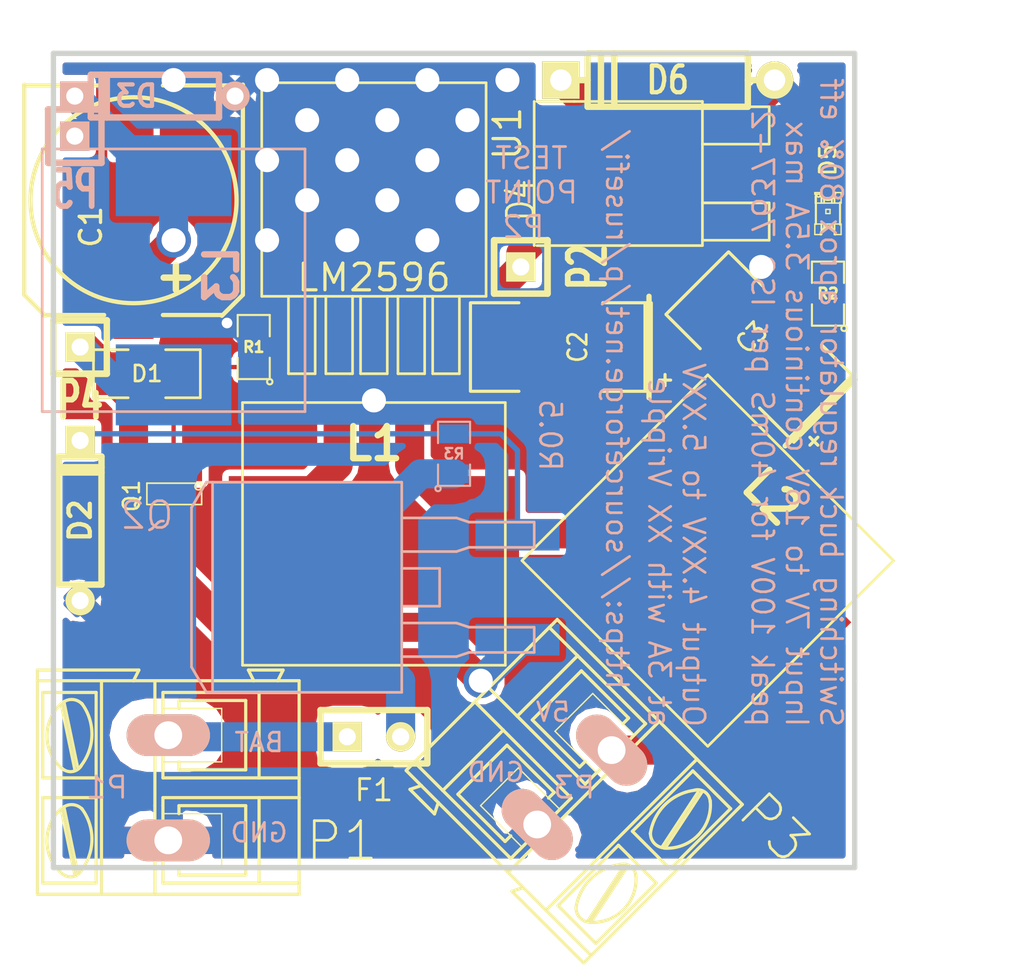
<source format=kicad_pcb>
(kicad_pcb (version 4) (host pcbnew 4.0.5)

  (general
    (links 40)
    (no_connects 0)
    (area 159.838572 92.71 212.507287 142.0241)
    (thickness 1.6002)
    (drawings 19)
    (tracks 126)
    (zones 0)
    (modules 24)
    (nets 13)
  )

  (page A)
  (title_block
    (title "PWR buck 12V switcher regulator")
    (date 2017-02-12)
    (rev "R 0.5")
    (company https://sourceforge.net/p/rusefi/)
  )

  (layers
    (0 Front-ext signal)
    (31 Back-ext signal)
    (32 B.Adhes user)
    (33 F.Adhes user)
    (34 B.Paste user)
    (35 F.Paste user)
    (36 B.SilkS user)
    (37 F.SilkS user)
    (38 B.Mask user)
    (39 F.Mask user)
    (40 Dwgs.User user)
    (41 Cmts.User user)
    (42 Eco1.User user)
    (43 Eco2.User user)
    (44 Edge.Cuts user)
  )

  (setup
    (last_trace_width 0.2032)
    (user_trace_width 0.254)
    (user_trace_width 0.39116)
    (user_trace_width 0.508)
    (user_trace_width 0.762)
    (user_trace_width 1.38176)
    (user_trace_width 3.6068)
    (user_trace_width 9.3472)
    (trace_clearance 0.1778)
    (zone_clearance 0.3048)
    (zone_45_only no)
    (trace_min 0.1524)
    (segment_width 0.254)
    (edge_width 0.254)
    (via_size 1.016)
    (via_drill 0.508)
    (via_min_size 1.016)
    (via_min_drill 0.3)
    (user_via 1.016 0.508)
    (user_via 1.651 1.143)
    (user_via 3.6322 0.31242)
    (uvia_size 0.762)
    (uvia_drill 0.254)
    (uvias_allowed no)
    (uvia_min_size 0.762)
    (uvia_min_drill 0.254)
    (pcb_text_width 0.4318)
    (pcb_text_size 1.524 2.032)
    (mod_edge_width 0.09906)
    (mod_text_size 1.524 1.524)
    (mod_text_width 0.254)
    (pad_size 1.9812 3.9624)
    (pad_drill 1.3208)
    (pad_to_mask_clearance 0.254)
    (aux_axis_origin 0 0)
    (visible_elements 7FFFFF7F)
    (pcbplotparams
      (layerselection 0x010fc_80000001)
      (usegerberextensions true)
      (excludeedgelayer true)
      (linewidth 0.150000)
      (plotframeref false)
      (viasonmask false)
      (mode 1)
      (useauxorigin false)
      (hpglpennumber 1)
      (hpglpenspeed 20)
      (hpglpendiameter 15)
      (hpglpenoverlay 0)
      (psnegative false)
      (psa4output false)
      (plotreference true)
      (plotvalue true)
      (plotinvisibletext false)
      (padsonsilk false)
      (subtractmaskfromsilk false)
      (outputformat 1)
      (mirror false)
      (drillshape 0)
      (scaleselection 1)
      (outputdirectory gerber/))
  )

  (net 0 "")
  (net 1 /5V-REG)
  (net 2 /FB)
  (net 3 /OUT)
  (net 4 /VBAT)
  (net 5 /Vf)
  (net 6 /Vin)
  (net 7 /Vs1)
  (net 8 /Vs2)
  (net 9 GND)
  (net 10 "Net-(D1-Pad1)")
  (net 11 "Net-(D1-Pad2)")
  (net 12 "Net-(D5-Pad1)")

  (net_class Default "This is the default net class."
    (clearance 0.1778)
    (trace_width 0.2032)
    (via_dia 1.016)
    (via_drill 0.508)
    (uvia_dia 0.762)
    (uvia_drill 0.254)
    (add_net "Net-(D1-Pad1)")
    (add_net "Net-(D5-Pad1)")
  )

  (net_class "10A EXT" ""
    (clearance 0.254)
    (trace_width 3.6068)
    (via_dia 3.6322)
    (via_drill 3.1242)
    (uvia_dia 0.762)
    (uvia_drill 0.254)
  )

  (net_class "10A INT" ""
    (clearance 0.254)
    (trace_width 9.3472)
    (via_dia 3.6322)
    (via_drill 3.1242)
    (uvia_dia 0.762)
    (uvia_drill 0.254)
  )

  (net_class "10A INT MOD" ""
    (clearance 0.254)
    (trace_width 0.254)
    (via_dia 1.016)
    (via_drill 0.508)
    (uvia_dia 0.762)
    (uvia_drill 0.254)
  )

  (net_class "1A EXT" ""
    (clearance 0.254)
    (trace_width 0.254)
    (via_dia 1.016)
    (via_drill 0.508)
    (uvia_dia 0.762)
    (uvia_drill 0.254)
    (add_net /Vs1)
  )

  (net_class "1A INT" ""
    (clearance 0.254)
    (trace_width 0.39116)
    (via_dia 1.016)
    (via_drill 0.508)
    (uvia_dia 0.762)
    (uvia_drill 0.254)
  )

  (net_class "5A EXT" ""
    (clearance 0.1524)
    (trace_width 1.38176)
    (via_dia 1.651)
    (via_drill 1.143)
    (uvia_dia 0.762)
    (uvia_drill 0.254)
    (add_net /5V-REG)
    (add_net /FB)
    (add_net /OUT)
    (add_net /VBAT)
    (add_net /Vs2)
    (add_net GND)
    (add_net "Net-(D1-Pad2)")
  )

  (net_class "5A EXT 200V" ""
    (clearance 0.762)
    (trace_width 1.38176)
    (via_dia 1.651)
    (via_drill 1.143)
    (uvia_dia 0.762)
    (uvia_drill 0.254)
    (add_net /Vf)
    (add_net /Vin)
  )

  (net_class "5A INT" ""
    (clearance 0.254)
    (trace_width 3.6068)
    (via_dia 1.651)
    (via_drill 1.143)
    (uvia_dia 0.762)
    (uvia_drill 0.254)
  )

  (module SIL-1 (layer Back-ext) (tedit 569C1951) (tstamp 569C1921)
    (at 163.576 99.187)
    (descr "Connecteurs 1 pin")
    (tags "CONN DEV")
    (path /56A0E175)
    (fp_text reference P5 (at 0 2.54) (layer B.SilkS)
      (effects (font (size 1.72974 1.08712) (thickness 0.27178)) (justify mirror))
    )
    (fp_text value CONN_1 (at 0 2.54) (layer B.SilkS) hide
      (effects (font (size 1.524 1.016) (thickness 0.254)) (justify mirror))
    )
    (fp_line (start -1.27 -1.27) (end 1.27 -1.27) (layer B.SilkS) (width 0.3175))
    (fp_line (start -1.27 1.27) (end 1.27 1.27) (layer B.SilkS) (width 0.3175))
    (fp_line (start -1.27 -1.27) (end -1.27 1.27) (layer B.SilkS) (width 0.3048))
    (fp_line (start 1.27 1.27) (end 1.27 -1.27) (layer B.SilkS) (width 0.3048))
    (pad 1 thru_hole rect (at 0 0) (size 1.397 1.397) (drill 0.8128) (layers *.Cu *.Mask B.SilkS)
      (net 4 /VBAT))
  )

  (module SM100uH (layer Back-ext) (tedit 569C197D) (tstamp 569BC58D)
    (at 168.275 106.045 90)
    (path /56A0BD42)
    (fp_text reference L3 (at 0.254 2.286 90) (layer B.SilkS)
      (effects (font (thickness 0.3048)) (justify mirror))
    )
    (fp_text value 38uH (at 0.0254 -4.8514 90) (layer B.SilkS) hide
      (effects (font (thickness 0.3048)) (justify mirror))
    )
    (fp_line (start 6.2484 -6.2484) (end -6.2484 -6.2484) (layer B.SilkS) (width 0.127))
    (fp_line (start -6.2484 -6.2484) (end -6.2484 6.2484) (layer B.SilkS) (width 0.127))
    (fp_line (start -6.2484 6.2484) (end 6.2484 6.2484) (layer B.SilkS) (width 0.127))
    (fp_line (start 6.2484 6.2484) (end 6.2484 -6.2484) (layer B.SilkS) (width 0.127))
    (pad 1 smd rect (at -4.97586 0 90) (size 3.85064 5.4991) (layers Back-ext B.Paste B.Mask)
      (net 11 "Net-(D1-Pad2)"))
    (pad 2 smd rect (at 4.97586 0 90) (size 3.85064 5.4991) (layers Back-ext B.Paste B.Mask)
      (net 4 /VBAT))
    (model smd/self_cms_we-pd3.wrl
      (at (xyz 0 0 0))
      (scale (xyz 1 1 1))
      (rotate (xyz 0 0 0))
    )
  )

  (module SM2512 (layer Front-ext) (tedit 539C281D) (tstamp 539C2953)
    (at 186.69 109.22 180)
    (tags "CMS SM")
    (path /5611B0EB)
    (attr smd)
    (fp_text reference C2 (at -0.8001 0 270) (layer F.SilkS)
      (effects (font (size 0.889 0.762) (thickness 0.127)))
    )
    (fp_text value "220uF 16V" (at 0.89916 0 270) (layer F.SilkS) hide
      (effects (font (size 0.889 0.762) (thickness 0.127)))
    )
    (fp_line (start -3.99956 -2.10058) (end -3.99956 2.10058) (layer F.SilkS) (width 0.14986))
    (fp_text user + (at -4.953 -1.524 180) (layer F.SilkS)
      (effects (font (size 0.7 0.7) (thickness 0.15)))
    )
    (fp_line (start -4.30022 -2.10058) (end -4.30022 2.10058) (layer F.SilkS) (width 0.14986))
    (fp_line (start 4.30022 -2.10058) (end 4.30022 2.10058) (layer F.SilkS) (width 0.14986))
    (fp_line (start 1.99644 2.10566) (end 4.28244 2.10566) (layer F.SilkS) (width 0.14986))
    (fp_line (start 4.28244 -2.10566) (end 1.99644 -2.10566) (layer F.SilkS) (width 0.14986))
    (fp_line (start -1.99898 -2.10566) (end -4.28498 -2.10566) (layer F.SilkS) (width 0.14986))
    (fp_line (start -4.28244 2.10566) (end -1.99644 2.10566) (layer F.SilkS) (width 0.14986))
    (pad 1 smd rect (at -2.99974 0 180) (size 1.99898 2.99974) (layers Front-ext F.Paste F.Mask)
      (net 2 /FB))
    (pad 2 smd rect (at 2.99974 0 180) (size 1.99898 2.99974) (layers Front-ext F.Paste F.Mask)
      (net 9 GND))
    (model smd\chip_smd_pol_wide.wrl
      (at (xyz 0 0 0))
      (scale (xyz 0.35 0.35 0.35))
      (rotate (xyz 0 0 0))
    )
  )

  (module SM2512 (layer Front-ext) (tedit 539C27E3) (tstamp 533AADFF)
    (at 196.215 109.22 135)
    (tags "CMS SM")
    (path /5611B0EC)
    (attr smd)
    (fp_text reference C3 (at 0.635 0 225) (layer F.SilkS)
      (effects (font (size 0.889 0.762) (thickness 0.127)))
    )
    (fp_text value "220uF 16V" (at 0.89916 0 225) (layer F.SilkS) hide
      (effects (font (size 0.889 0.762) (thickness 0.127)))
    )
    (fp_line (start -3.99956 -2.10058) (end -3.99956 2.10058) (layer F.SilkS) (width 0.14986))
    (fp_text user + (at -4.939141 -1.347038 135) (layer F.SilkS)
      (effects (font (size 0.7 0.7) (thickness 0.15)))
    )
    (fp_line (start -4.30022 -2.10058) (end -4.30022 2.10058) (layer F.SilkS) (width 0.14986))
    (fp_line (start 4.30022 -2.10058) (end 4.30022 2.10058) (layer F.SilkS) (width 0.14986))
    (fp_line (start 1.99644 2.10566) (end 4.28244 2.10566) (layer F.SilkS) (width 0.14986))
    (fp_line (start 4.28244 -2.10566) (end 1.99644 -2.10566) (layer F.SilkS) (width 0.14986))
    (fp_line (start -1.99898 -2.10566) (end -4.28498 -2.10566) (layer F.SilkS) (width 0.14986))
    (fp_line (start -4.28244 2.10566) (end -1.99644 2.10566) (layer F.SilkS) (width 0.14986))
    (pad 1 smd rect (at -2.99974 0 135) (size 1.99898 2.99974) (layers Front-ext F.Paste F.Mask)
      (net 1 /5V-REG))
    (pad 2 smd rect (at 2.99974 0 135) (size 1.99898 2.99974) (layers Front-ext F.Paste F.Mask)
      (net 9 GND))
    (model smd\chip_smd_pol_wide.wrl
      (at (xyz 0 0 0))
      (scale (xyz 0.35 0.35 0.35))
      (rotate (xyz 0 0 0))
    )
  )

  (module SM100uH (layer Front-ext) (tedit 533B6F22) (tstamp 533AAE09)
    (at 177.8 118.11)
    (path /5611B0E1)
    (fp_text reference L1 (at 0 -4.2926) (layer F.SilkS)
      (effects (font (thickness 0.3048)))
    )
    (fp_text value 38uH (at 0.0254 4.8514) (layer F.SilkS) hide
      (effects (font (thickness 0.3048)))
    )
    (fp_line (start 6.2484 6.2484) (end -6.2484 6.2484) (layer F.SilkS) (width 0.127))
    (fp_line (start -6.2484 6.2484) (end -6.2484 -6.2484) (layer F.SilkS) (width 0.127))
    (fp_line (start -6.2484 -6.2484) (end 6.2484 -6.2484) (layer F.SilkS) (width 0.127))
    (fp_line (start 6.2484 -6.2484) (end 6.2484 6.2484) (layer F.SilkS) (width 0.127))
    (pad 1 smd rect (at -4.97586 0) (size 3.85064 5.4991) (layers Front-ext F.Paste F.Mask)
      (net 3 /OUT))
    (pad 2 smd rect (at 4.97586 0) (size 3.85064 5.4991) (layers Front-ext F.Paste F.Mask)
      (net 2 /FB))
    (model smd/self_cms_we-pd3.wrl
      (at (xyz 0 0 0))
      (scale (xyz 1 1 1))
      (rotate (xyz 0 0 0))
    )
  )

  (module SM100uH (layer Front-ext) (tedit 533B6F1E) (tstamp 533AAE13)
    (at 193.675 119.38 315)
    (path /5611B0E3)
    (fp_text reference L2 (at 0 -4.2926 315) (layer F.SilkS)
      (effects (font (thickness 0.3048)))
    )
    (fp_text value 38uH (at 0.0254 4.8514 315) (layer F.SilkS) hide
      (effects (font (thickness 0.3048)))
    )
    (fp_line (start 6.2484 6.2484) (end -6.2484 6.2484) (layer F.SilkS) (width 0.127))
    (fp_line (start -6.2484 6.2484) (end -6.2484 -6.2484) (layer F.SilkS) (width 0.127))
    (fp_line (start -6.2484 -6.2484) (end 6.2484 -6.2484) (layer F.SilkS) (width 0.127))
    (fp_line (start 6.2484 -6.2484) (end 6.2484 6.2484) (layer F.SilkS) (width 0.127))
    (pad 1 smd rect (at -4.97586 0 315) (size 3.85064 5.4991) (layers Front-ext F.Paste F.Mask)
      (net 2 /FB))
    (pad 2 smd rect (at 4.97586 0 315) (size 3.85064 5.4991) (layers Front-ext F.Paste F.Mask)
      (net 1 /5V-REG))
    (model smd/self_cms_we-pd3.wrl
      (at (xyz 0 0 0))
      (scale (xyz 1 1 1))
      (rotate (xyz 0 0 0))
    )
  )

  (module SM0805 (layer Front-ext) (tedit 533B6FA0) (tstamp 533AAE20)
    (at 199.39 106.68 90)
    (path /5611B0DF)
    (attr smd)
    (fp_text reference R2 (at 0 0 180) (layer F.SilkS)
      (effects (font (size 0.508 0.508) (thickness 0.127)))
    )
    (fp_text value 1k (at 0 0.381 90) (layer F.SilkS) hide
      (effects (font (size 0.50038 0.50038) (thickness 0.10922)))
    )
    (fp_circle (center -1.651 0.762) (end -1.651 0.635) (layer F.SilkS) (width 0.09906))
    (fp_line (start -0.508 0.762) (end -1.524 0.762) (layer F.SilkS) (width 0.09906))
    (fp_line (start -1.524 0.762) (end -1.524 -0.762) (layer F.SilkS) (width 0.09906))
    (fp_line (start -1.524 -0.762) (end -0.508 -0.762) (layer F.SilkS) (width 0.09906))
    (fp_line (start 0.508 -0.762) (end 1.524 -0.762) (layer F.SilkS) (width 0.09906))
    (fp_line (start 1.524 -0.762) (end 1.524 0.762) (layer F.SilkS) (width 0.09906))
    (fp_line (start 1.524 0.762) (end 0.508 0.762) (layer F.SilkS) (width 0.09906))
    (pad 1 smd rect (at -0.9525 0 90) (size 0.889 1.397) (layers Front-ext F.Paste F.Mask)
      (net 2 /FB))
    (pad 2 smd rect (at 0.9525 0 90) (size 0.889 1.397) (layers Front-ext F.Paste F.Mask)
      (net 12 "Net-(D5-Pad1)"))
    (model smd/chip_cms.wrl
      (at (xyz 0 0 0))
      (scale (xyz 0.1 0.1 0.1))
      (rotate (xyz 0 0 0))
    )
  )

  (module LED-0805 (layer Front-ext) (tedit 539C2871) (tstamp 533AAE5B)
    (at 199.39 102.87 90)
    (descr "LED 0805 smd package")
    (tags "LED 0805 SMD")
    (path /5611B0E0)
    (attr smd)
    (fp_text reference D5 (at 2.54 0 90) (layer F.SilkS)
      (effects (font (size 0.762 0.762) (thickness 0.127)))
    )
    (fp_text value LED-grn (at 0 1.27 90) (layer F.SilkS) hide
      (effects (font (size 0.762 0.762) (thickness 0.127)))
    )
    (fp_line (start 0.49784 0.29972) (end 0.49784 0.62484) (layer F.SilkS) (width 0.06604))
    (fp_line (start 0.49784 0.62484) (end 0.99822 0.62484) (layer F.SilkS) (width 0.06604))
    (fp_line (start 0.99822 0.29972) (end 0.99822 0.62484) (layer F.SilkS) (width 0.06604))
    (fp_line (start 0.49784 0.29972) (end 0.99822 0.29972) (layer F.SilkS) (width 0.06604))
    (fp_line (start 0.49784 -0.32258) (end 0.49784 -0.17272) (layer F.SilkS) (width 0.06604))
    (fp_line (start 0.49784 -0.17272) (end 0.7493 -0.17272) (layer F.SilkS) (width 0.06604))
    (fp_line (start 0.7493 -0.32258) (end 0.7493 -0.17272) (layer F.SilkS) (width 0.06604))
    (fp_line (start 0.49784 -0.32258) (end 0.7493 -0.32258) (layer F.SilkS) (width 0.06604))
    (fp_line (start 0.49784 0.17272) (end 0.49784 0.32258) (layer F.SilkS) (width 0.06604))
    (fp_line (start 0.49784 0.32258) (end 0.7493 0.32258) (layer F.SilkS) (width 0.06604))
    (fp_line (start 0.7493 0.17272) (end 0.7493 0.32258) (layer F.SilkS) (width 0.06604))
    (fp_line (start 0.49784 0.17272) (end 0.7493 0.17272) (layer F.SilkS) (width 0.06604))
    (fp_line (start 0.49784 -0.19812) (end 0.49784 0.19812) (layer F.SilkS) (width 0.06604))
    (fp_line (start 0.49784 0.19812) (end 0.6731 0.19812) (layer F.SilkS) (width 0.06604))
    (fp_line (start 0.6731 -0.19812) (end 0.6731 0.19812) (layer F.SilkS) (width 0.06604))
    (fp_line (start 0.49784 -0.19812) (end 0.6731 -0.19812) (layer F.SilkS) (width 0.06604))
    (fp_line (start -0.99822 0.29972) (end -0.99822 0.62484) (layer F.SilkS) (width 0.06604))
    (fp_line (start -0.99822 0.62484) (end -0.49784 0.62484) (layer F.SilkS) (width 0.06604))
    (fp_line (start -0.49784 0.29972) (end -0.49784 0.62484) (layer F.SilkS) (width 0.06604))
    (fp_line (start -0.99822 0.29972) (end -0.49784 0.29972) (layer F.SilkS) (width 0.06604))
    (fp_line (start -0.99822 -0.62484) (end -0.99822 -0.29972) (layer F.SilkS) (width 0.06604))
    (fp_line (start -0.99822 -0.29972) (end -0.49784 -0.29972) (layer F.SilkS) (width 0.06604))
    (fp_line (start -0.49784 -0.62484) (end -0.49784 -0.29972) (layer F.SilkS) (width 0.06604))
    (fp_line (start -0.99822 -0.62484) (end -0.49784 -0.62484) (layer F.SilkS) (width 0.06604))
    (fp_line (start -0.7493 0.17272) (end -0.7493 0.32258) (layer F.SilkS) (width 0.06604))
    (fp_line (start -0.7493 0.32258) (end -0.49784 0.32258) (layer F.SilkS) (width 0.06604))
    (fp_line (start -0.49784 0.17272) (end -0.49784 0.32258) (layer F.SilkS) (width 0.06604))
    (fp_line (start -0.7493 0.17272) (end -0.49784 0.17272) (layer F.SilkS) (width 0.06604))
    (fp_line (start -0.7493 -0.32258) (end -0.7493 -0.17272) (layer F.SilkS) (width 0.06604))
    (fp_line (start -0.7493 -0.17272) (end -0.49784 -0.17272) (layer F.SilkS) (width 0.06604))
    (fp_line (start -0.49784 -0.32258) (end -0.49784 -0.17272) (layer F.SilkS) (width 0.06604))
    (fp_line (start -0.7493 -0.32258) (end -0.49784 -0.32258) (layer F.SilkS) (width 0.06604))
    (fp_line (start -0.6731 -0.19812) (end -0.6731 0.19812) (layer F.SilkS) (width 0.06604))
    (fp_line (start -0.6731 0.19812) (end -0.49784 0.19812) (layer F.SilkS) (width 0.06604))
    (fp_line (start -0.49784 -0.19812) (end -0.49784 0.19812) (layer F.SilkS) (width 0.06604))
    (fp_line (start -0.6731 -0.19812) (end -0.49784 -0.19812) (layer F.SilkS) (width 0.06604))
    (fp_line (start 0 -0.09906) (end 0 0.09906) (layer F.SilkS) (width 0.06604))
    (fp_line (start 0 0.09906) (end 0.19812 0.09906) (layer F.SilkS) (width 0.06604))
    (fp_line (start 0.19812 -0.09906) (end 0.19812 0.09906) (layer F.SilkS) (width 0.06604))
    (fp_line (start 0 -0.09906) (end 0.19812 -0.09906) (layer F.SilkS) (width 0.06604))
    (fp_line (start 0.49784 -0.59944) (end 0.49784 -0.29972) (layer F.SilkS) (width 0.06604))
    (fp_line (start 0.49784 -0.29972) (end 0.79756 -0.29972) (layer F.SilkS) (width 0.06604))
    (fp_line (start 0.79756 -0.59944) (end 0.79756 -0.29972) (layer F.SilkS) (width 0.06604))
    (fp_line (start 0.49784 -0.59944) (end 0.79756 -0.59944) (layer F.SilkS) (width 0.06604))
    (fp_line (start 0.92456 -0.62484) (end 0.92456 -0.39878) (layer F.SilkS) (width 0.06604))
    (fp_line (start 0.92456 -0.39878) (end 0.99822 -0.39878) (layer F.SilkS) (width 0.06604))
    (fp_line (start 0.99822 -0.62484) (end 0.99822 -0.39878) (layer F.SilkS) (width 0.06604))
    (fp_line (start 0.92456 -0.62484) (end 0.99822 -0.62484) (layer F.SilkS) (width 0.06604))
    (fp_line (start 0.52324 0.57404) (end -0.52324 0.57404) (layer F.SilkS) (width 0.1016))
    (fp_line (start -0.49784 -0.57404) (end 0.92456 -0.57404) (layer F.SilkS) (width 0.1016))
    (fp_circle (center 0.84836 -0.44958) (end 0.89916 -0.50038) (layer F.SilkS) (width 0.0508))
    (fp_arc (start 0.99822 0) (end 0.99822 0.34798) (angle 180) (layer F.SilkS) (width 0.1016))
    (fp_arc (start -0.99822 0) (end -0.99822 -0.34798) (angle 180) (layer F.SilkS) (width 0.1016))
    (pad 1 smd rect (at -1.04902 0 90) (size 1.19888 1.19888) (layers Front-ext F.Paste F.Mask)
      (net 12 "Net-(D5-Pad1)"))
    (pad 2 smd rect (at 1.04902 0 90) (size 1.19888 1.19888) (layers Front-ext F.Paste F.Mask)
      (net 9 GND))
  )

  (module DPAK5 (layer Front-ext) (tedit 533B6F57) (tstamp 533AAE79)
    (at 177.8 109.22)
    (tags "CMS DPACK")
    (path /5611B0E2)
    (fp_text reference U1 (at 6.35 -10.16 90) (layer F.SilkS)
      (effects (font (size 1.27 1.27) (thickness 0.1524)))
    )
    (fp_text value LM2596 (at 0 -3.302) (layer F.SilkS)
      (effects (font (size 1.27 1.27) (thickness 0.1524)))
    )
    (fp_line (start 2.794 -2.413) (end 2.794 1.27) (layer F.SilkS) (width 0.127))
    (fp_line (start 2.794 1.27) (end 4.064 1.27) (layer F.SilkS) (width 0.127))
    (fp_line (start 4.064 1.27) (end 4.064 -2.413) (layer F.SilkS) (width 0.127))
    (fp_line (start 1.143 -2.413) (end 1.143 1.27) (layer F.SilkS) (width 0.127))
    (fp_line (start 1.143 1.27) (end 2.413 1.27) (layer F.SilkS) (width 0.127))
    (fp_line (start 2.413 1.27) (end 2.413 -2.413) (layer F.SilkS) (width 0.127))
    (fp_line (start -0.635 -2.413) (end -0.635 1.27) (layer F.SilkS) (width 0.127))
    (fp_line (start -0.635 1.27) (end 0.635 1.27) (layer F.SilkS) (width 0.127))
    (fp_line (start 0.635 1.27) (end 0.635 -2.413) (layer F.SilkS) (width 0.127))
    (fp_line (start -2.286 -2.413) (end -2.286 1.27) (layer F.SilkS) (width 0.127))
    (fp_line (start -2.286 1.27) (end -1.143 1.27) (layer F.SilkS) (width 0.127))
    (fp_line (start -1.143 1.27) (end -1.016 1.27) (layer F.SilkS) (width 0.127))
    (fp_line (start -1.016 1.27) (end -1.016 -2.413) (layer F.SilkS) (width 0.127))
    (fp_line (start -4.064 -2.413) (end -4.064 1.27) (layer F.SilkS) (width 0.127))
    (fp_line (start -4.064 1.27) (end -2.794 1.27) (layer F.SilkS) (width 0.127))
    (fp_line (start -2.794 1.27) (end -2.794 -2.413) (layer F.SilkS) (width 0.127))
    (fp_line (start -5.334 -2.413) (end 5.334 -2.413) (layer F.SilkS) (width 0.127))
    (fp_line (start 5.334 -2.413) (end 5.334 -12.573) (layer F.SilkS) (width 0.127))
    (fp_line (start 5.334 -12.573) (end -5.334 -12.573) (layer F.SilkS) (width 0.127))
    (fp_line (start -5.334 -12.573) (end -5.334 -2.413) (layer F.SilkS) (width 0.127))
    (pad 1 smd rect (at -3.4036 0) (size 1.0668 2.286) (layers Front-ext F.Paste F.Mask)
      (net 4 /VBAT))
    (pad 3 smd rect (at 0 -8.763) (size 10.668 8.89) (layers Front-ext F.Paste F.Mask)
      (net 9 GND))
    (pad 3 smd rect (at 0 0) (size 1.0668 2.286) (layers Front-ext F.Paste F.Mask)
      (net 9 GND))
    (pad 2 smd rect (at -1.7018 0) (size 1.0668 2.286) (layers Front-ext F.Paste F.Mask)
      (net 3 /OUT))
    (pad 4 smd rect (at 1.7018 0) (size 1.0668 2.286) (layers Front-ext F.Paste F.Mask)
      (net 2 /FB))
    (pad 5 smd rect (at 3.4036 0) (size 1.0668 2.286) (layers Front-ext F.Paste F.Mask)
      (net 9 GND))
    (model smd/dpack_5.wrl
      (at (xyz 0 0 0))
      (scale (xyz 1 1 1))
      (rotate (xyz 0 0 0))
    )
  )

  (module DPAK2 (layer Front-ext) (tedit 533B7023) (tstamp 533B125E)
    (at 194.945 100.965 90)
    (descr "MOS boitier DPACK G-D-S")
    (tags "CMD DPACK")
    (path /5611B0E4)
    (attr smd)
    (fp_text reference D4 (at -1.27 -10.16 90) (layer F.SilkS)
      (effects (font (size 1.27 1.016) (thickness 0.127)))
    )
    (fp_text value SCHDPAK (at 0 -2.413 90) (layer F.SilkS) hide
      (effects (font (size 1.016 1.016) (thickness 0.2032)))
    )
    (fp_line (start 1.397 -1.524) (end 1.397 1.651) (layer F.SilkS) (width 0.127))
    (fp_line (start 1.397 1.651) (end 3.175 1.651) (layer F.SilkS) (width 0.127))
    (fp_line (start 3.175 1.651) (end 3.175 -1.524) (layer F.SilkS) (width 0.127))
    (fp_line (start -3.175 -1.524) (end -3.175 1.651) (layer F.SilkS) (width 0.127))
    (fp_line (start -3.175 1.651) (end -1.397 1.651) (layer F.SilkS) (width 0.127))
    (fp_line (start -1.397 1.651) (end -1.397 -1.524) (layer F.SilkS) (width 0.127))
    (fp_line (start 3.429 -7.62) (end 3.429 -1.524) (layer F.SilkS) (width 0.127))
    (fp_line (start 3.429 -1.524) (end -3.429 -1.524) (layer F.SilkS) (width 0.127))
    (fp_line (start -3.429 -1.524) (end -3.429 -9.398) (layer F.SilkS) (width 0.127))
    (fp_line (start -3.429 -9.525) (end 3.429 -9.525) (layer F.SilkS) (width 0.127))
    (fp_line (start 3.429 -9.398) (end 3.429 -7.62) (layer F.SilkS) (width 0.127))
    (pad 1 smd rect (at -2.286 0 90) (size 1.651 3.048) (layers Front-ext F.Paste F.Mask)
      (net 9 GND))
    (pad 2 smd rect (at 0 -6.35 90) (size 6.096 6.096) (layers Front-ext F.Paste F.Mask)
      (net 3 /OUT))
    (pad 3 smd rect (at 2.286 0 90) (size 1.651 3.048) (layers Front-ext F.Paste F.Mask)
      (net 9 GND))
    (model smd/dpack_2.wrl
      (at (xyz 0 0 0))
      (scale (xyz 1 1 1))
      (rotate (xyz 0 0 0))
    )
  )

  (module SMDSVP10 (layer Front-ext) (tedit 569C1945) (tstamp 533A91F4)
    (at 166.37 102.235 90)
    (path /5611B0DE)
    (attr smd)
    (fp_text reference C1 (at -1.27 -2.032 90) (layer F.SilkS)
      (effects (font (size 1.016 1.00076) (thickness 0.15748)))
    )
    (fp_text value "330uF 35V" (at 0 2.79908 90) (layer F.SilkS) hide
      (effects (font (size 1.016 1.00076) (thickness 0.2032)))
    )
    (fp_line (start -5.461 4.191) (end -5.461 1.397) (layer F.SilkS) (width 0.2032))
    (fp_line (start -5.461 -4.191) (end -5.461 -1.397) (layer F.SilkS) (width 0.2032))
    (fp_line (start 5.461 5.207) (end 5.461 1.397) (layer F.SilkS) (width 0.2032))
    (fp_line (start 5.461 -5.207) (end 5.461 -1.397) (layer F.SilkS) (width 0.2032))
    (fp_text user + (at -3.683 1.905 90) (layer F.SilkS)
      (effects (font (thickness 0.3048)))
    )
    (fp_circle (center 0 0) (end 4.89966 0) (layer F.SilkS) (width 0.2032))
    (fp_line (start 5.4991 -5.19938) (end -4.50088 -5.19938) (layer F.SilkS) (width 0.2032))
    (fp_line (start -4.50088 -5.19938) (end -5.4991 -4.20116) (layer F.SilkS) (width 0.2032))
    (fp_line (start -5.4991 4.20116) (end -4.50088 5.19938) (layer F.SilkS) (width 0.2032))
    (fp_line (start -4.50088 5.19938) (end 5.4991 5.19938) (layer F.SilkS) (width 0.2032))
    (pad 1 smd rect (at -4.39928 0 90) (size 4.39928 1.89992) (layers Front-ext F.Paste F.Mask)
      (net 4 /VBAT))
    (pad 2 smd rect (at 4.30022 0 90) (size 4.39928 1.89992) (layers Front-ext F.Paste F.Mask)
      (net 9 GND))
    (model smd\capacitors\c_elec_10x10_5.wrl
      (at (xyz 0 0 0.001))
      (scale (xyz 1 1 1))
      (rotate (xyz 0 0 0))
    )
  )

  (module SM0805 (layer Front-ext) (tedit 533B6F99) (tstamp 533A9B6E)
    (at 172.085 109.22 90)
    (path /5611B0E7)
    (attr smd)
    (fp_text reference R1 (at 0 0 180) (layer F.SilkS)
      (effects (font (size 0.508 0.508) (thickness 0.127)))
    )
    (fp_text value 39k (at 0 0.381 90) (layer F.SilkS) hide
      (effects (font (size 0.50038 0.50038) (thickness 0.10922)))
    )
    (fp_circle (center -1.651 0.762) (end -1.651 0.635) (layer F.SilkS) (width 0.09906))
    (fp_line (start -0.508 0.762) (end -1.524 0.762) (layer F.SilkS) (width 0.09906))
    (fp_line (start -1.524 0.762) (end -1.524 -0.762) (layer F.SilkS) (width 0.09906))
    (fp_line (start -1.524 -0.762) (end -0.508 -0.762) (layer F.SilkS) (width 0.09906))
    (fp_line (start 0.508 -0.762) (end 1.524 -0.762) (layer F.SilkS) (width 0.09906))
    (fp_line (start 1.524 -0.762) (end 1.524 0.762) (layer F.SilkS) (width 0.09906))
    (fp_line (start 1.524 0.762) (end 0.508 0.762) (layer F.SilkS) (width 0.09906))
    (pad 1 smd rect (at -0.9525 0 90) (size 0.889 1.397) (layers Front-ext F.Paste F.Mask)
      (net 10 "Net-(D1-Pad1)"))
    (pad 2 smd rect (at 0.9525 0 90) (size 0.889 1.397) (layers Front-ext F.Paste F.Mask)
      (net 9 GND))
    (model smd/chip_cms.wrl
      (at (xyz 0 0 0))
      (scale (xyz 0.1 0.1 0.1))
      (rotate (xyz 0 0 0))
    )
  )

  (module SIL-1 (layer Front-ext) (tedit 533B6F3D) (tstamp 533AADCB)
    (at 184.785 105.41 90)
    (descr "Connecteurs 1 pin")
    (tags "CONN DEV")
    (path /5611B0DD)
    (fp_text reference P2 (at 0 3.175 90) (layer F.SilkS)
      (effects (font (size 1.72974 1.08712) (thickness 0.27178)))
    )
    (fp_text value CONN_1 (at 0 -2.54 90) (layer F.SilkS) hide
      (effects (font (size 1.524 1.016) (thickness 0.254)))
    )
    (fp_line (start -1.27 1.27) (end 1.27 1.27) (layer F.SilkS) (width 0.3175))
    (fp_line (start -1.27 -1.27) (end 1.27 -1.27) (layer F.SilkS) (width 0.3175))
    (fp_line (start -1.27 1.27) (end -1.27 -1.27) (layer F.SilkS) (width 0.3048))
    (fp_line (start 1.27 -1.27) (end 1.27 1.27) (layer F.SilkS) (width 0.3048))
    (pad 1 thru_hole rect (at 0 0 90) (size 1.397 1.397) (drill 0.8128) (layers *.Cu *.Mask F.SilkS)
      (net 3 /OUT))
  )

  (module SM1206 (layer Front-ext) (tedit 42806E24) (tstamp 533C27B9)
    (at 167.005 110.49 180)
    (path /5611B0E8)
    (attr smd)
    (fp_text reference D1 (at 0 0 180) (layer F.SilkS)
      (effects (font (size 0.762 0.762) (thickness 0.127)))
    )
    (fp_text value 7.5V (at 0 0 180) (layer F.SilkS) hide
      (effects (font (size 0.762 0.762) (thickness 0.127)))
    )
    (fp_line (start -2.54 -1.143) (end -2.54 1.143) (layer F.SilkS) (width 0.127))
    (fp_line (start -2.54 1.143) (end -0.889 1.143) (layer F.SilkS) (width 0.127))
    (fp_line (start 0.889 -1.143) (end 2.54 -1.143) (layer F.SilkS) (width 0.127))
    (fp_line (start 2.54 -1.143) (end 2.54 1.143) (layer F.SilkS) (width 0.127))
    (fp_line (start 2.54 1.143) (end 0.889 1.143) (layer F.SilkS) (width 0.127))
    (fp_line (start -0.889 -1.143) (end -2.54 -1.143) (layer F.SilkS) (width 0.127))
    (pad 1 smd rect (at -1.651 0 180) (size 1.524 2.032) (layers Front-ext F.Paste F.Mask)
      (net 10 "Net-(D1-Pad1)"))
    (pad 2 smd rect (at 1.651 0 180) (size 1.524 2.032) (layers Front-ext F.Paste F.Mask)
      (net 11 "Net-(D1-Pad2)"))
    (model smd/chip_cms.wrl
      (at (xyz 0 0 0))
      (scale (xyz 0.17 0.16 0.16))
      (rotate (xyz 0 0 0))
    )
  )

  (module SOT23 (layer Front-ext) (tedit 533B6FCD) (tstamp 533BF37F)
    (at 168.275 116.205 180)
    (tags SOT23)
    (path /5611B0E6)
    (fp_text reference Q1 (at 1.99898 -0.09906 270) (layer F.SilkS)
      (effects (font (size 0.762 0.762) (thickness 0.11938)))
    )
    (fp_text value 20V (at 0.0635 0 180) (layer F.SilkS) hide
      (effects (font (size 0.50038 0.50038) (thickness 0.09906)))
    )
    (fp_circle (center -1.17602 0.35052) (end -1.30048 0.44958) (layer F.SilkS) (width 0.07874))
    (fp_line (start 1.27 -0.508) (end 1.27 0.508) (layer F.SilkS) (width 0.07874))
    (fp_line (start -1.3335 -0.508) (end -1.3335 0.508) (layer F.SilkS) (width 0.07874))
    (fp_line (start 1.27 0.508) (end -1.3335 0.508) (layer F.SilkS) (width 0.07874))
    (fp_line (start -1.3335 -0.508) (end 1.27 -0.508) (layer F.SilkS) (width 0.07874))
    (pad 3 smd rect (at 0 -1.09982 180) (size 0.8001 1.00076) (layers Front-ext F.Paste F.Mask)
      (net 8 /Vs2))
    (pad 2 smd rect (at 0.9525 1.09982 180) (size 0.8001 1.00076) (layers Front-ext F.Paste F.Mask)
      (net 11 "Net-(D1-Pad2)"))
    (pad 1 smd rect (at -0.9525 1.09982 180) (size 0.8001 1.00076) (layers Front-ext F.Paste F.Mask)
      (net 10 "Net-(D1-Pad1)"))
    (model smd\SOT23_3.wrl
      (at (xyz 0 0 0))
      (scale (xyz 0.4 0.4 0.4))
      (rotate (xyz 0 0 180))
    )
  )

  (module D4 (layer Front-ext) (tedit 200000) (tstamp 533C26A0)
    (at 191.77 96.52 180)
    (descr "Diode 4 pas")
    (tags "DIODE DEV")
    (path /5611B0EA)
    (fp_text reference D6 (at 0 0 180) (layer F.SilkS)
      (effects (font (size 1.27 1.016) (thickness 0.2032)))
    )
    (fp_text value DIODESCH (at 0 0 180) (layer F.SilkS) hide
      (effects (font (size 1.27 1.016) (thickness 0.2032)))
    )
    (fp_line (start -3.81 -1.27) (end 3.81 -1.27) (layer F.SilkS) (width 0.3048))
    (fp_line (start 3.81 -1.27) (end 3.81 1.27) (layer F.SilkS) (width 0.3048))
    (fp_line (start 3.81 1.27) (end -3.81 1.27) (layer F.SilkS) (width 0.3048))
    (fp_line (start -3.81 1.27) (end -3.81 -1.27) (layer F.SilkS) (width 0.3048))
    (fp_line (start 3.175 -1.27) (end 3.175 1.27) (layer F.SilkS) (width 0.3048))
    (fp_line (start 2.54 1.27) (end 2.54 -1.27) (layer F.SilkS) (width 0.3048))
    (fp_line (start -3.81 0) (end -5.08 0) (layer F.SilkS) (width 0.3048))
    (fp_line (start 3.81 0) (end 5.08 0) (layer F.SilkS) (width 0.3048))
    (pad 1 thru_hole circle (at -5.08 0 180) (size 1.778 1.778) (drill 1.016) (layers *.Cu *.Mask F.SilkS)
      (net 9 GND))
    (pad 2 thru_hole rect (at 5.08 0 180) (size 1.778 1.778) (drill 1.016) (layers *.Cu *.Mask F.SilkS)
      (net 3 /OUT))
    (model discret/diode.wrl
      (at (xyz 0 0 0))
      (scale (xyz 0.4 0.4 0.4))
      (rotate (xyz 0 0 0))
    )
  )

  (module AK300-2 (layer Front-ext) (tedit 539C6042) (tstamp 533B1242)
    (at 168.021 130.175 90)
    (descr CONNECTOR)
    (tags CONNECTOR)
    (path /5611B0CA)
    (attr virtual)
    (fp_text reference P1 (at -2.54 8.255 180) (layer F.SilkS)
      (effects (font (size 1.778 1.778) (thickness 0.127)))
    )
    (fp_text value CONN_2 (at 0.254 7.747 90) (layer F.SilkS) hide
      (effects (font (size 1.778 1.778) (thickness 0.0889)))
    )
    (fp_line (start -3.7846 2.54) (end -1.2446 2.54) (layer F.SilkS) (width 0.06604))
    (fp_line (start -1.2446 2.54) (end -1.2446 -0.254) (layer F.SilkS) (width 0.06604))
    (fp_line (start -3.7846 -0.254) (end -1.2446 -0.254) (layer F.SilkS) (width 0.06604))
    (fp_line (start -3.7846 2.54) (end -3.7846 -0.254) (layer F.SilkS) (width 0.06604))
    (fp_line (start 1.2192 2.54) (end 3.7592 2.54) (layer F.SilkS) (width 0.06604))
    (fp_line (start 3.7592 2.54) (end 3.7592 -0.254) (layer F.SilkS) (width 0.06604))
    (fp_line (start 1.2192 -0.254) (end 3.7592 -0.254) (layer F.SilkS) (width 0.06604))
    (fp_line (start 1.2192 2.54) (end 1.2192 -0.254) (layer F.SilkS) (width 0.06604))
    (fp_line (start 5.08 -6.223) (end 5.08 -3.175) (layer F.SilkS) (width 0.1524))
    (fp_line (start 5.08 -6.223) (end -5.08 -6.223) (layer F.SilkS) (width 0.1524))
    (fp_line (start 5.08 -6.223) (end 5.588 -6.223) (layer F.SilkS) (width 0.1524))
    (fp_line (start 5.588 -6.223) (end 5.588 -1.397) (layer F.SilkS) (width 0.1524))
    (fp_line (start 5.588 -1.397) (end 5.08 -1.651) (layer F.SilkS) (width 0.1524))
    (fp_line (start 5.588 5.461) (end 5.08 5.207) (layer F.SilkS) (width 0.1524))
    (fp_line (start 5.08 5.207) (end 5.08 6.223) (layer F.SilkS) (width 0.1524))
    (fp_line (start 5.588 3.81) (end 5.08 4.064) (layer F.SilkS) (width 0.1524))
    (fp_line (start 5.08 4.064) (end 5.08 5.207) (layer F.SilkS) (width 0.1524))
    (fp_line (start 5.588 3.81) (end 5.588 5.461) (layer F.SilkS) (width 0.1524))
    (fp_line (start 0.4572 6.223) (end 0.4572 4.318) (layer F.SilkS) (width 0.1524))
    (fp_line (start 4.5212 -0.254) (end 4.5212 4.318) (layer F.SilkS) (width 0.1524))
    (fp_line (start 0.4572 6.223) (end 4.5212 6.223) (layer F.SilkS) (width 0.1524))
    (fp_line (start 4.5212 6.223) (end 5.08 6.223) (layer F.SilkS) (width 0.1524))
    (fp_line (start -0.4826 6.223) (end -0.4826 4.318) (layer F.SilkS) (width 0.1524))
    (fp_line (start -0.4826 6.223) (end 0.4572 6.223) (layer F.SilkS) (width 0.1524))
    (fp_line (start -4.5466 -0.254) (end -4.5466 4.318) (layer F.SilkS) (width 0.1524))
    (fp_line (start -5.08 6.223) (end -4.5466 6.223) (layer F.SilkS) (width 0.1524))
    (fp_line (start -4.5466 6.223) (end -0.4826 6.223) (layer F.SilkS) (width 0.1524))
    (fp_line (start 0.4572 4.318) (end 4.5212 4.318) (layer F.SilkS) (width 0.1524))
    (fp_line (start 0.4572 4.318) (end 0.4572 -0.254) (layer F.SilkS) (width 0.1524))
    (fp_line (start 4.5212 4.318) (end 4.5212 6.223) (layer F.SilkS) (width 0.1524))
    (fp_line (start -0.4826 4.318) (end -4.5466 4.318) (layer F.SilkS) (width 0.1524))
    (fp_line (start -0.4826 4.318) (end -0.4826 -0.254) (layer F.SilkS) (width 0.1524))
    (fp_line (start -4.5466 4.318) (end -4.5466 6.223) (layer F.SilkS) (width 0.1524))
    (fp_line (start 4.1402 3.683) (end 4.1402 0.508) (layer F.SilkS) (width 0.1524))
    (fp_line (start 4.1402 3.683) (end 0.8382 3.683) (layer F.SilkS) (width 0.1524))
    (fp_line (start 0.8382 3.683) (end 0.8382 0.508) (layer F.SilkS) (width 0.1524))
    (fp_line (start -0.8636 3.683) (end -0.8636 0.508) (layer F.SilkS) (width 0.1524))
    (fp_line (start -0.8636 3.683) (end -4.1656 3.683) (layer F.SilkS) (width 0.1524))
    (fp_line (start -4.1656 3.683) (end -4.1656 0.508) (layer F.SilkS) (width 0.1524))
    (fp_line (start -4.1656 0.508) (end -3.7846 0.508) (layer F.SilkS) (width 0.1524))
    (fp_line (start -0.8636 0.508) (end -1.2446 0.508) (layer F.SilkS) (width 0.1524))
    (fp_line (start 0.8382 0.508) (end 1.2192 0.508) (layer F.SilkS) (width 0.1524))
    (fp_line (start 4.1402 0.508) (end 3.7592 0.508) (layer F.SilkS) (width 0.1524))
    (fp_line (start -5.08 6.223) (end -5.08 -0.635) (layer F.SilkS) (width 0.1524))
    (fp_line (start -5.08 -0.635) (end -5.08 -3.175) (layer F.SilkS) (width 0.1524))
    (fp_line (start 5.08 -1.651) (end 5.08 -0.635) (layer F.SilkS) (width 0.1524))
    (fp_line (start 5.08 -0.635) (end 5.08 4.064) (layer F.SilkS) (width 0.1524))
    (fp_line (start -5.08 -3.175) (end 5.08 -3.175) (layer F.SilkS) (width 0.1524))
    (fp_line (start -5.08 -3.175) (end -5.08 -6.223) (layer F.SilkS) (width 0.1524))
    (fp_line (start 5.08 -3.175) (end 5.08 -1.651) (layer F.SilkS) (width 0.1524))
    (fp_line (start 0.4572 -3.429) (end 0.4572 -5.969) (layer F.SilkS) (width 0.1524))
    (fp_line (start 0.4572 -5.969) (end 4.5212 -5.969) (layer F.SilkS) (width 0.1524))
    (fp_line (start 4.5212 -5.969) (end 4.5212 -3.429) (layer F.SilkS) (width 0.1524))
    (fp_line (start 4.5212 -3.429) (end 0.4572 -3.429) (layer F.SilkS) (width 0.1524))
    (fp_line (start -0.4826 -3.429) (end -0.4826 -5.969) (layer F.SilkS) (width 0.1524))
    (fp_line (start -0.4826 -3.429) (end -4.5466 -3.429) (layer F.SilkS) (width 0.1524))
    (fp_line (start -4.5466 -3.429) (end -4.5466 -5.969) (layer F.SilkS) (width 0.1524))
    (fp_line (start -0.4826 -5.969) (end -4.5466 -5.969) (layer F.SilkS) (width 0.1524))
    (fp_line (start 0.8636 -4.445) (end 3.9116 -5.08) (layer F.SilkS) (width 0.1524))
    (fp_line (start 0.9906 -4.318) (end 4.0386 -4.953) (layer F.SilkS) (width 0.1524))
    (fp_line (start -4.1402 -4.445) (end -1.08966 -5.08) (layer F.SilkS) (width 0.1524))
    (fp_line (start -4.0132 -4.318) (end -0.9652 -4.953) (layer F.SilkS) (width 0.1524))
    (fp_line (start -4.5466 -0.254) (end -4.1656 -0.254) (layer F.SilkS) (width 0.1524))
    (fp_line (start -0.4826 -0.254) (end -0.8636 -0.254) (layer F.SilkS) (width 0.1524))
    (fp_line (start -0.8636 -0.254) (end -4.1656 -0.254) (layer F.SilkS) (width 0.1524))
    (fp_line (start -5.08 -0.635) (end -4.1656 -0.635) (layer F.SilkS) (width 0.1524))
    (fp_line (start -4.1656 -0.635) (end -0.8636 -0.635) (layer F.SilkS) (width 0.1524))
    (fp_line (start -0.8636 -0.635) (end 0.8382 -0.635) (layer F.SilkS) (width 0.1524))
    (fp_line (start 5.08 -0.635) (end 4.1402 -0.635) (layer F.SilkS) (width 0.1524))
    (fp_line (start 4.1402 -0.635) (end 0.8382 -0.635) (layer F.SilkS) (width 0.1524))
    (fp_line (start 4.5212 -0.254) (end 4.1402 -0.254) (layer F.SilkS) (width 0.1524))
    (fp_line (start 0.4572 -0.254) (end 0.8382 -0.254) (layer F.SilkS) (width 0.1524))
    (fp_line (start 0.8382 -0.254) (end 4.1402 -0.254) (layer F.SilkS) (width 0.1524))
    (fp_arc (start 3.5052 -4.59486) (end 4.01066 -5.05206) (angle 90.5) (layer F.SilkS) (width 0.1524))
    (fp_arc (start 2.54 -6.0706) (end 4.00304 -4.11734) (angle 75.5) (layer F.SilkS) (width 0.1524))
    (fp_arc (start 2.46126 -3.7084) (end 0.8636 -5.0038) (angle 100) (layer F.SilkS) (width 0.1524))
    (fp_arc (start 1.3462 -4.64566) (end 1.05664 -4.1275) (angle 104.2) (layer F.SilkS) (width 0.1524))
    (fp_arc (start -1.4986 -4.59486) (end -0.9906 -5.05206) (angle 90.5) (layer F.SilkS) (width 0.1524))
    (fp_arc (start -2.46126 -6.0706) (end -0.99822 -4.11734) (angle 75.5) (layer F.SilkS) (width 0.1524))
    (fp_arc (start -2.53746 -3.7084) (end -4.1402 -5.0038) (angle 100) (layer F.SilkS) (width 0.1524))
    (fp_arc (start -3.6576 -4.64566) (end -3.94462 -4.1275) (angle 104.2) (layer F.SilkS) (width 0.1524))
    (pad 1 thru_hole oval (at -2.5146 0 90) (size 1.9812 3.9624) (drill 1.3208) (layers *.Cu *.Paste *.SilkS *.Mask)
      (net 9 GND))
    (pad 2 thru_hole oval (at 2.4892 0 90) (size 1.9812 3.9624) (drill 1.3208) (layers *.Cu *.Paste *.SilkS *.Mask)
      (net 6 /Vin))
  )

  (module AK300-2 (layer Front-ext) (tedit 539C6030) (tstamp 533B124C)
    (at 187.325 130.175 225)
    (descr CONNECTOR)
    (tags CONNECTOR)
    (path /5611B0CC)
    (attr virtual)
    (fp_text reference P3 (at -5.388154 -8.082231 315) (layer F.SilkS)
      (effects (font (size 1.778 1.778) (thickness 0.127)))
    )
    (fp_text value CONN_2 (at 0.254 7.747 225) (layer F.SilkS) hide
      (effects (font (size 1.778 1.778) (thickness 0.0889)))
    )
    (fp_line (start -3.7846 2.54) (end -1.2446 2.54) (layer F.SilkS) (width 0.06604))
    (fp_line (start -1.2446 2.54) (end -1.2446 -0.254) (layer F.SilkS) (width 0.06604))
    (fp_line (start -3.7846 -0.254) (end -1.2446 -0.254) (layer F.SilkS) (width 0.06604))
    (fp_line (start -3.7846 2.54) (end -3.7846 -0.254) (layer F.SilkS) (width 0.06604))
    (fp_line (start 1.2192 2.54) (end 3.7592 2.54) (layer F.SilkS) (width 0.06604))
    (fp_line (start 3.7592 2.54) (end 3.7592 -0.254) (layer F.SilkS) (width 0.06604))
    (fp_line (start 1.2192 -0.254) (end 3.7592 -0.254) (layer F.SilkS) (width 0.06604))
    (fp_line (start 1.2192 2.54) (end 1.2192 -0.254) (layer F.SilkS) (width 0.06604))
    (fp_line (start 5.08 -6.223) (end 5.08 -3.175) (layer F.SilkS) (width 0.1524))
    (fp_line (start 5.08 -6.223) (end -5.08 -6.223) (layer F.SilkS) (width 0.1524))
    (fp_line (start 5.08 -6.223) (end 5.588 -6.223) (layer F.SilkS) (width 0.1524))
    (fp_line (start 5.588 -6.223) (end 5.588 -1.397) (layer F.SilkS) (width 0.1524))
    (fp_line (start 5.588 -1.397) (end 5.08 -1.651) (layer F.SilkS) (width 0.1524))
    (fp_line (start 5.588 5.461) (end 5.08 5.207) (layer F.SilkS) (width 0.1524))
    (fp_line (start 5.08 5.207) (end 5.08 6.223) (layer F.SilkS) (width 0.1524))
    (fp_line (start 5.588 3.81) (end 5.08 4.064) (layer F.SilkS) (width 0.1524))
    (fp_line (start 5.08 4.064) (end 5.08 5.207) (layer F.SilkS) (width 0.1524))
    (fp_line (start 5.588 3.81) (end 5.588 5.461) (layer F.SilkS) (width 0.1524))
    (fp_line (start 0.4572 6.223) (end 0.4572 4.318) (layer F.SilkS) (width 0.1524))
    (fp_line (start 4.5212 -0.254) (end 4.5212 4.318) (layer F.SilkS) (width 0.1524))
    (fp_line (start 0.4572 6.223) (end 4.5212 6.223) (layer F.SilkS) (width 0.1524))
    (fp_line (start 4.5212 6.223) (end 5.08 6.223) (layer F.SilkS) (width 0.1524))
    (fp_line (start -0.4826 6.223) (end -0.4826 4.318) (layer F.SilkS) (width 0.1524))
    (fp_line (start -0.4826 6.223) (end 0.4572 6.223) (layer F.SilkS) (width 0.1524))
    (fp_line (start -4.5466 -0.254) (end -4.5466 4.318) (layer F.SilkS) (width 0.1524))
    (fp_line (start -5.08 6.223) (end -4.5466 6.223) (layer F.SilkS) (width 0.1524))
    (fp_line (start -4.5466 6.223) (end -0.4826 6.223) (layer F.SilkS) (width 0.1524))
    (fp_line (start 0.4572 4.318) (end 4.5212 4.318) (layer F.SilkS) (width 0.1524))
    (fp_line (start 0.4572 4.318) (end 0.4572 -0.254) (layer F.SilkS) (width 0.1524))
    (fp_line (start 4.5212 4.318) (end 4.5212 6.223) (layer F.SilkS) (width 0.1524))
    (fp_line (start -0.4826 4.318) (end -4.5466 4.318) (layer F.SilkS) (width 0.1524))
    (fp_line (start -0.4826 4.318) (end -0.4826 -0.254) (layer F.SilkS) (width 0.1524))
    (fp_line (start -4.5466 4.318) (end -4.5466 6.223) (layer F.SilkS) (width 0.1524))
    (fp_line (start 4.1402 3.683) (end 4.1402 0.508) (layer F.SilkS) (width 0.1524))
    (fp_line (start 4.1402 3.683) (end 0.8382 3.683) (layer F.SilkS) (width 0.1524))
    (fp_line (start 0.8382 3.683) (end 0.8382 0.508) (layer F.SilkS) (width 0.1524))
    (fp_line (start -0.8636 3.683) (end -0.8636 0.508) (layer F.SilkS) (width 0.1524))
    (fp_line (start -0.8636 3.683) (end -4.1656 3.683) (layer F.SilkS) (width 0.1524))
    (fp_line (start -4.1656 3.683) (end -4.1656 0.508) (layer F.SilkS) (width 0.1524))
    (fp_line (start -4.1656 0.508) (end -3.7846 0.508) (layer F.SilkS) (width 0.1524))
    (fp_line (start -0.8636 0.508) (end -1.2446 0.508) (layer F.SilkS) (width 0.1524))
    (fp_line (start 0.8382 0.508) (end 1.2192 0.508) (layer F.SilkS) (width 0.1524))
    (fp_line (start 4.1402 0.508) (end 3.7592 0.508) (layer F.SilkS) (width 0.1524))
    (fp_line (start -5.08 6.223) (end -5.08 -0.635) (layer F.SilkS) (width 0.1524))
    (fp_line (start -5.08 -0.635) (end -5.08 -3.175) (layer F.SilkS) (width 0.1524))
    (fp_line (start 5.08 -1.651) (end 5.08 -0.635) (layer F.SilkS) (width 0.1524))
    (fp_line (start 5.08 -0.635) (end 5.08 4.064) (layer F.SilkS) (width 0.1524))
    (fp_line (start -5.08 -3.175) (end 5.08 -3.175) (layer F.SilkS) (width 0.1524))
    (fp_line (start -5.08 -3.175) (end -5.08 -6.223) (layer F.SilkS) (width 0.1524))
    (fp_line (start 5.08 -3.175) (end 5.08 -1.651) (layer F.SilkS) (width 0.1524))
    (fp_line (start 0.4572 -3.429) (end 0.4572 -5.969) (layer F.SilkS) (width 0.1524))
    (fp_line (start 0.4572 -5.969) (end 4.5212 -5.969) (layer F.SilkS) (width 0.1524))
    (fp_line (start 4.5212 -5.969) (end 4.5212 -3.429) (layer F.SilkS) (width 0.1524))
    (fp_line (start 4.5212 -3.429) (end 0.4572 -3.429) (layer F.SilkS) (width 0.1524))
    (fp_line (start -0.4826 -3.429) (end -0.4826 -5.969) (layer F.SilkS) (width 0.1524))
    (fp_line (start -0.4826 -3.429) (end -4.5466 -3.429) (layer F.SilkS) (width 0.1524))
    (fp_line (start -4.5466 -3.429) (end -4.5466 -5.969) (layer F.SilkS) (width 0.1524))
    (fp_line (start -0.4826 -5.969) (end -4.5466 -5.969) (layer F.SilkS) (width 0.1524))
    (fp_line (start 0.8636 -4.445) (end 3.9116 -5.08) (layer F.SilkS) (width 0.1524))
    (fp_line (start 0.9906 -4.318) (end 4.0386 -4.953) (layer F.SilkS) (width 0.1524))
    (fp_line (start -4.1402 -4.445) (end -1.08966 -5.08) (layer F.SilkS) (width 0.1524))
    (fp_line (start -4.0132 -4.318) (end -0.9652 -4.953) (layer F.SilkS) (width 0.1524))
    (fp_line (start -4.5466 -0.254) (end -4.1656 -0.254) (layer F.SilkS) (width 0.1524))
    (fp_line (start -0.4826 -0.254) (end -0.8636 -0.254) (layer F.SilkS) (width 0.1524))
    (fp_line (start -0.8636 -0.254) (end -4.1656 -0.254) (layer F.SilkS) (width 0.1524))
    (fp_line (start -5.08 -0.635) (end -4.1656 -0.635) (layer F.SilkS) (width 0.1524))
    (fp_line (start -4.1656 -0.635) (end -0.8636 -0.635) (layer F.SilkS) (width 0.1524))
    (fp_line (start -0.8636 -0.635) (end 0.8382 -0.635) (layer F.SilkS) (width 0.1524))
    (fp_line (start 5.08 -0.635) (end 4.1402 -0.635) (layer F.SilkS) (width 0.1524))
    (fp_line (start 4.1402 -0.635) (end 0.8382 -0.635) (layer F.SilkS) (width 0.1524))
    (fp_line (start 4.5212 -0.254) (end 4.1402 -0.254) (layer F.SilkS) (width 0.1524))
    (fp_line (start 0.4572 -0.254) (end 0.8382 -0.254) (layer F.SilkS) (width 0.1524))
    (fp_line (start 0.8382 -0.254) (end 4.1402 -0.254) (layer F.SilkS) (width 0.1524))
    (fp_arc (start 3.5052 -4.59486) (end 4.01066 -5.05206) (angle 90.5) (layer F.SilkS) (width 0.1524))
    (fp_arc (start 2.54 -6.0706) (end 4.00304 -4.11734) (angle 75.5) (layer F.SilkS) (width 0.1524))
    (fp_arc (start 2.46126 -3.7084) (end 0.8636 -5.0038) (angle 100) (layer F.SilkS) (width 0.1524))
    (fp_arc (start 1.3462 -4.64566) (end 1.05664 -4.1275) (angle 104.2) (layer F.SilkS) (width 0.1524))
    (fp_arc (start -1.4986 -4.59486) (end -0.9906 -5.05206) (angle 90.5) (layer F.SilkS) (width 0.1524))
    (fp_arc (start -2.46126 -6.0706) (end -0.99822 -4.11734) (angle 75.5) (layer F.SilkS) (width 0.1524))
    (fp_arc (start -2.53746 -3.7084) (end -4.1402 -5.0038) (angle 100) (layer F.SilkS) (width 0.1524))
    (fp_arc (start -3.6576 -4.64566) (end -3.94462 -4.1275) (angle 104.2) (layer F.SilkS) (width 0.1524))
    (pad 1 thru_hole oval (at -2.5146 0 225) (size 1.9812 3.9624) (drill 1.3208) (layers *.Cu *.Paste *.SilkS *.Mask)
      (net 1 /5V-REG))
    (pad 2 thru_hole oval (at 2.4892 0 225) (size 1.9812 3.9624) (drill 1.3208) (layers *.Cu *.Paste *.SilkS *.Mask)
      (net 9 GND))
  )

  (module D3 (layer Back-ext) (tedit 569C198F) (tstamp 533A9BD0)
    (at 167.386 97.282 180)
    (descr "Diode 3 pas")
    (tags "DIODE DEV")
    (path /5611B0F3)
    (fp_text reference D3 (at 0.889 0 180) (layer B.SilkS)
      (effects (font (size 1.016 1.016) (thickness 0.2032)) (justify mirror))
    )
    (fp_text value 24V (at 0 0 180) (layer B.SilkS) hide
      (effects (font (size 1.016 1.016) (thickness 0.2032)) (justify mirror))
    )
    (fp_line (start 3.81 0) (end 3.048 0) (layer B.SilkS) (width 0.3048))
    (fp_line (start 3.048 0) (end 3.048 1.016) (layer B.SilkS) (width 0.3048))
    (fp_line (start 3.048 1.016) (end -3.048 1.016) (layer B.SilkS) (width 0.3048))
    (fp_line (start -3.048 1.016) (end -3.048 0) (layer B.SilkS) (width 0.3048))
    (fp_line (start -3.048 0) (end -3.81 0) (layer B.SilkS) (width 0.3048))
    (fp_line (start -3.048 0) (end -3.048 -1.016) (layer B.SilkS) (width 0.3048))
    (fp_line (start -3.048 -1.016) (end 3.048 -1.016) (layer B.SilkS) (width 0.3048))
    (fp_line (start 3.048 -1.016) (end 3.048 0) (layer B.SilkS) (width 0.3048))
    (fp_line (start 2.54 1.016) (end 2.54 -1.016) (layer B.SilkS) (width 0.3048))
    (fp_line (start 2.286 -1.016) (end 2.286 1.016) (layer B.SilkS) (width 0.3048))
    (pad 2 thru_hole rect (at 3.81 0 180) (size 1.397 1.397) (drill 0.8128) (layers *.Cu *.Mask B.SilkS)
      (net 4 /VBAT))
    (pad 1 thru_hole circle (at -3.81 0 180) (size 1.397 1.397) (drill 0.8128) (layers *.Cu *.Mask B.SilkS)
      (net 9 GND))
    (model discret/diode.wrl
      (at (xyz 0 0 0))
      (scale (xyz 0.3 0.3 0.3))
      (rotate (xyz 0 0 0))
    )
  )

  (module D3 (layer Front-ext) (tedit 200000) (tstamp 533AADE3)
    (at 163.83 117.475 90)
    (descr "Diode 3 pas")
    (tags "DIODE DEV")
    (path /5611B0F0)
    (fp_text reference D2 (at 0 0 90) (layer F.SilkS)
      (effects (font (size 1.016 1.016) (thickness 0.2032)))
    )
    (fp_text value 14V (at 0 0 90) (layer F.SilkS) hide
      (effects (font (size 1.016 1.016) (thickness 0.2032)))
    )
    (fp_line (start 3.81 0) (end 3.048 0) (layer F.SilkS) (width 0.3048))
    (fp_line (start 3.048 0) (end 3.048 -1.016) (layer F.SilkS) (width 0.3048))
    (fp_line (start 3.048 -1.016) (end -3.048 -1.016) (layer F.SilkS) (width 0.3048))
    (fp_line (start -3.048 -1.016) (end -3.048 0) (layer F.SilkS) (width 0.3048))
    (fp_line (start -3.048 0) (end -3.81 0) (layer F.SilkS) (width 0.3048))
    (fp_line (start -3.048 0) (end -3.048 1.016) (layer F.SilkS) (width 0.3048))
    (fp_line (start -3.048 1.016) (end 3.048 1.016) (layer F.SilkS) (width 0.3048))
    (fp_line (start 3.048 1.016) (end 3.048 0) (layer F.SilkS) (width 0.3048))
    (fp_line (start 2.54 -1.016) (end 2.54 1.016) (layer F.SilkS) (width 0.3048))
    (fp_line (start 2.286 1.016) (end 2.286 -1.016) (layer F.SilkS) (width 0.3048))
    (pad 2 thru_hole rect (at 3.81 0 90) (size 1.397 1.397) (drill 0.8128) (layers *.Cu *.Mask F.SilkS)
      (net 7 /Vs1))
    (pad 1 thru_hole circle (at -3.81 0 90) (size 1.397 1.397) (drill 0.8128) (layers *.Cu *.Mask F.SilkS)
      (net 9 GND))
    (model discret/diode.wrl
      (at (xyz 0 0 0))
      (scale (xyz 0.3 0.3 0.3))
      (rotate (xyz 0 0 0))
    )
  )

  (module SIL-2 (layer Front-ext) (tedit 5341B91B) (tstamp 533A9201)
    (at 177.8 127.762)
    (descr "Connecteurs 2 pins")
    (tags "CONN DEV")
    (path /5611B0E9)
    (fp_text reference F1 (at 0 2.54) (layer F.SilkS)
      (effects (font (size 1.016 1.016) (thickness 0.127)))
    )
    (fp_text value 5A (at 0 -2.54) (layer F.SilkS) hide
      (effects (font (size 1.524 1.016) (thickness 0.3048)))
    )
    (fp_line (start -2.54 1.27) (end -2.54 -1.27) (layer F.SilkS) (width 0.3048))
    (fp_line (start -2.54 -1.27) (end 2.54 -1.27) (layer F.SilkS) (width 0.3048))
    (fp_line (start 2.54 -1.27) (end 2.54 1.27) (layer F.SilkS) (width 0.3048))
    (fp_line (start 2.54 1.27) (end -2.54 1.27) (layer F.SilkS) (width 0.3048))
    (pad 1 thru_hole rect (at -1.27 0) (size 1.397 1.397) (drill 0.8128) (layers *.Cu *.Mask F.SilkS)
      (net 6 /Vin))
    (pad 2 thru_hole circle (at 1.27 0) (size 1.397 1.397) (drill 0.8128) (layers *.Cu *.Mask F.SilkS)
      (net 5 /Vf))
  )

  (module SM0805 (layer Back-ext) (tedit 5611AFFF) (tstamp 5611AFC5)
    (at 181.61 114.3 90)
    (path /5611B0F1)
    (attr smd)
    (fp_text reference R3 (at 0 0 360) (layer B.SilkS)
      (effects (font (size 0.50038 0.50038) (thickness 0.10922)) (justify mirror))
    )
    (fp_text value 100k (at 0 -0.381 90) (layer B.SilkS) hide
      (effects (font (size 0.50038 0.50038) (thickness 0.10922)) (justify mirror))
    )
    (fp_circle (center -1.651 -0.762) (end -1.651 -0.635) (layer B.SilkS) (width 0.09906))
    (fp_line (start -0.508 -0.762) (end -1.524 -0.762) (layer B.SilkS) (width 0.09906))
    (fp_line (start -1.524 -0.762) (end -1.524 0.762) (layer B.SilkS) (width 0.09906))
    (fp_line (start -1.524 0.762) (end -0.508 0.762) (layer B.SilkS) (width 0.09906))
    (fp_line (start 0.508 0.762) (end 1.524 0.762) (layer B.SilkS) (width 0.09906))
    (fp_line (start 1.524 0.762) (end 1.524 -0.762) (layer B.SilkS) (width 0.09906))
    (fp_line (start 1.524 -0.762) (end 0.508 -0.762) (layer B.SilkS) (width 0.09906))
    (pad 1 smd rect (at -0.9525 0 90) (size 0.889 1.397) (layers Back-ext B.Paste B.Mask)
      (net 5 /Vf))
    (pad 2 smd rect (at 0.9525 0 90) (size 0.889 1.397) (layers Back-ext B.Paste B.Mask)
      (net 7 /Vs1))
    (model smd/chip_cms.wrl
      (at (xyz 0 0 0))
      (scale (xyz 0.1 0.1 0.1))
      (rotate (xyz 0 0 0))
    )
  )

  (module SIL-1 (layer Front-ext) (tedit 4C5EAF64) (tstamp 5611AFCE)
    (at 163.83 109.22 180)
    (descr "Connecteurs 1 pin")
    (tags "CONN DEV")
    (path /5611B0EE)
    (fp_text reference P4 (at 0 -2.54 180) (layer F.SilkS)
      (effects (font (size 1.72974 1.08712) (thickness 0.27178)))
    )
    (fp_text value CONN_1 (at 0 -2.54 180) (layer F.SilkS) hide
      (effects (font (size 1.524 1.016) (thickness 0.254)))
    )
    (fp_line (start -1.27 1.27) (end 1.27 1.27) (layer F.SilkS) (width 0.3175))
    (fp_line (start -1.27 -1.27) (end 1.27 -1.27) (layer F.SilkS) (width 0.3175))
    (fp_line (start -1.27 1.27) (end -1.27 -1.27) (layer F.SilkS) (width 0.3048))
    (fp_line (start 1.27 -1.27) (end 1.27 1.27) (layer F.SilkS) (width 0.3048))
    (pad 1 thru_hole rect (at 0 0 180) (size 1.397 1.397) (drill 0.8128) (layers *.Cu *.Mask F.SilkS)
      (net 11 "Net-(D1-Pad2)"))
  )

  (module m-pad-2.1-TO-263AB (layer Back-ext) (tedit 56A0B68D) (tstamp 5611B0A4)
    (at 174.625 120.65 270)
    (descr "FAIRCHILD'S TO-263AB/D2PAK PACKAGE DIMENSIONS")
    (tags "FAIRCHILD'S TO-263AB/D2PAK PACKAGE DIMENSIONS")
    (path /5611B0EF)
    (attr smd)
    (fp_text reference Q2 (at -3.429 7.62 360) (layer B.SilkS)
      (effects (font (size 1.27 1.27) (thickness 0.127)) (justify mirror))
    )
    (fp_text value 200V (at 1.905 7.62 360) (layer B.SilkS) hide
      (effects (font (size 1.27 1.27) (thickness 0.0889)) (justify mirror))
    )
    (fp_line (start -4.99872 -4.49834) (end -3.29946 -4.49834) (layer B.SilkS) (width 0.127))
    (fp_line (start -3.29946 -4.49834) (end -1.69926 -4.49834) (layer B.SilkS) (width 0.127))
    (fp_line (start -1.69926 -4.49834) (end -0.89916 -4.49834) (layer B.SilkS) (width 0.127))
    (fp_line (start -0.89916 -4.49834) (end 0.89916 -4.49834) (layer B.SilkS) (width 0.127))
    (fp_line (start 0.89916 -4.49834) (end 1.69926 -4.49834) (layer B.SilkS) (width 0.127))
    (fp_line (start 1.69926 -4.49834) (end 3.29946 -4.49834) (layer B.SilkS) (width 0.127))
    (fp_line (start 3.29946 -4.49834) (end 4.99872 -4.49834) (layer B.SilkS) (width 0.127))
    (fp_line (start 4.99872 -4.49834) (end 4.99872 4.49834) (layer B.SilkS) (width 0.127))
    (fp_line (start 4.99872 4.49834) (end -4.99872 4.49834) (layer B.SilkS) (width 0.127))
    (fp_line (start -4.99872 4.49834) (end -4.99872 -4.49834) (layer B.SilkS) (width 0.127))
    (fp_line (start -4.99872 4.49834) (end -4.99872 4.79044) (layer B.SilkS) (width 0.127))
    (fp_line (start -4.99872 4.79044) (end -3.79222 5.4991) (layer B.SilkS) (width 0.127))
    (fp_line (start -3.79222 5.4991) (end 3.79222 5.4991) (layer B.SilkS) (width 0.127))
    (fp_line (start 3.79222 5.4991) (end 4.99872 4.79044) (layer B.SilkS) (width 0.127))
    (fp_line (start 4.99872 4.79044) (end 4.99872 4.49834) (layer B.SilkS) (width 0.127))
    (fp_line (start -0.89916 -4.49834) (end -0.89916 -6.2992) (layer B.SilkS) (width 0.127))
    (fp_line (start -0.89916 -6.2992) (end 0.89916 -6.2992) (layer B.SilkS) (width 0.127))
    (fp_line (start 0.89916 -6.2992) (end 0.89916 -4.49834) (layer B.SilkS) (width 0.127))
    (fp_line (start -3.29946 -4.49834) (end -3.29946 -7.0993) (layer B.SilkS) (width 0.127))
    (fp_line (start -3.29946 -7.0993) (end -3.0988 -7.69874) (layer B.SilkS) (width 0.127))
    (fp_line (start -3.0988 -7.69874) (end -3.0988 -10.79754) (layer B.SilkS) (width 0.127))
    (fp_line (start -3.0988 -10.79754) (end -1.89992 -10.79754) (layer B.SilkS) (width 0.127))
    (fp_line (start -1.89992 -10.79754) (end -1.89992 -7.69874) (layer B.SilkS) (width 0.127))
    (fp_line (start -1.89992 -7.69874) (end -1.69926 -7.0993) (layer B.SilkS) (width 0.127))
    (fp_line (start -1.69926 -7.0993) (end -1.69926 -4.49834) (layer B.SilkS) (width 0.127))
    (fp_line (start 1.69926 -4.49834) (end 1.69926 -7.0993) (layer B.SilkS) (width 0.127))
    (fp_line (start 1.69926 -7.0993) (end 1.89992 -7.69874) (layer B.SilkS) (width 0.127))
    (fp_line (start 1.89992 -7.69874) (end 1.89992 -10.79754) (layer B.SilkS) (width 0.127))
    (fp_line (start 1.89992 -10.79754) (end 3.0988 -10.79754) (layer B.SilkS) (width 0.127))
    (fp_line (start 3.0988 -10.79754) (end 3.0988 -7.69874) (layer B.SilkS) (width 0.127))
    (fp_line (start 3.0988 -7.69874) (end 3.29946 -7.0993) (layer B.SilkS) (width 0.127))
    (fp_line (start 3.29946 -7.0993) (end 3.29946 -4.49834) (layer B.SilkS) (width 0.127))
    (pad 2 smd rect (at 0 0 270) (size 9.99998 8.99922) (layers Back-ext B.Paste B.Mask)
      (net 5 /Vf))
    (pad 1 smd rect (at -2.49936 -9.99998 270) (size 1.4986 3.99796) (layers Back-ext B.Paste B.Mask)
      (net 7 /Vs1))
    (pad 3 smd rect (at 2.49936 -9.99998 270) (size 1.4986 3.99796) (layers Back-ext B.Paste B.Mask)
      (net 8 /Vs2))
  )

  (gr_line (start 200.66 110.617) (end 200.66 110.49) (angle 90) (layer F.SilkS) (width 0.254))
  (gr_line (start 197.358 113.919) (end 200.66 110.617) (angle 90) (layer F.SilkS) (width 0.254))
  (gr_line (start 190.881 106.807) (end 190.881 111.633) (angle 90) (layer F.SilkS) (width 0.254))
  (dimension 38.1 (width 0.381) (layer Cmts.User)
    (gr_text "1.5000 in" (at 181.61 140.207999) (layer Cmts.User)
      (effects (font (size 2.032 1.524) (thickness 0.381)))
    )
    (feature1 (pts (xy 162.56 134.62) (xy 162.56 141.985999)))
    (feature2 (pts (xy 200.66 134.62) (xy 200.66 141.985999)))
    (crossbar (pts (xy 200.66 138.429999) (xy 162.56 138.429999)))
    (arrow1a (pts (xy 162.56 138.429999) (xy 163.686503 137.843579)))
    (arrow1b (pts (xy 162.56 138.429999) (xy 163.686503 139.016419)))
    (arrow2a (pts (xy 200.66 138.429999) (xy 199.533497 137.843579)))
    (arrow2b (pts (xy 200.66 138.429999) (xy 199.533497 139.016419)))
  )
  (dimension 38.735 (width 0.381) (layer Cmts.User)
    (gr_text "1.5250 in" (at 206.882999 114.6175 270) (layer Cmts.User)
      (effects (font (size 2.032 1.524) (thickness 0.381)))
    )
    (feature1 (pts (xy 201.295 133.985) (xy 208.660999 133.985)))
    (feature2 (pts (xy 201.295 95.25) (xy 208.660999 95.25)))
    (crossbar (pts (xy 205.104999 95.25) (xy 205.104999 133.985)))
    (arrow1a (pts (xy 205.104999 133.985) (xy 204.518579 132.858497)))
    (arrow1b (pts (xy 205.104999 133.985) (xy 205.691419 132.858497)))
    (arrow2a (pts (xy 205.104999 95.25) (xy 204.518579 96.376503)))
    (arrow2b (pts (xy 205.104999 95.25) (xy 205.691419 96.376503)))
  )
  (gr_line (start 162.56 125.095) (end 162.56 133.985) (angle 90) (layer Edge.Cuts) (width 0.254))
  (gr_line (start 200.66 125.095) (end 200.66 133.985) (angle 90) (layer Edge.Cuts) (width 0.254))
  (gr_text "5V\n\n        GND\n" (at 186.309 128.016) (layer B.SilkS)
    (effects (font (size 0.889 0.889) (thickness 0.127)) (justify mirror))
  )
  (gr_text "BAT\n\n\nGND" (at 172.339 130.175) (layer B.SilkS)
    (effects (font (size 0.889 0.889) (thickness 0.127)) (justify mirror))
  )
  (gr_text "Switching buck regulator aprox 80% eff\nInput 7V to 18V continious 3.5A max\npeak 100V for 40mS per ISO 7637-2\n\nOutput 4.XXV to 5.XXV \nat 3A with XX Vripple " (at 195.453 127.381 270) (layer B.SilkS)
    (effects (font (size 1.016 1.016) (thickness 0.127)) (justify left mirror))
  )
  (gr_text https://sourceforge.net/p/rusefi/ (at 189.357 125.603 270) (layer B.SilkS)
    (effects (font (size 1.016 1.016) (thickness 0.127)) (justify left mirror))
  )
  (gr_text R0.5 (at 186.182 113.411 270) (layer B.SilkS)
    (effects (font (size 1.016 1.016) (thickness 0.127)) (justify mirror))
  )
  (gr_text P3 (at 187.325 130.175) (layer B.SilkS)
    (effects (font (size 1.016 1.016) (thickness 0.127)) (justify mirror))
  )
  (gr_text "TEST\nPOINT\n P2\n\n\n" (at 185.293 103.505) (layer B.SilkS)
    (effects (font (size 1.016 1.016) (thickness 0.127)) (justify mirror))
  )
  (gr_text P1 (at 165.1 130.175) (layer B.SilkS)
    (effects (font (size 1.016 1.016) (thickness 0.127)) (justify mirror))
  )
  (gr_line (start 162.56 95.25) (end 200.66 95.25) (angle 90) (layer Edge.Cuts) (width 0.254))
  (gr_line (start 200.66 133.985) (end 162.56 133.985) (angle 90) (layer Edge.Cuts) (width 0.254))
  (gr_line (start 200.66 95.25) (end 200.66 125.095) (angle 90) (layer Edge.Cuts) (width 0.254))
  (gr_line (start 162.56 125.095) (end 162.56 95.25) (angle 90) (layer Edge.Cuts) (width 0.254))

  (segment (start 198.336136 111.341136) (end 198.336136 121.755792) (width 1.38176) (layer Front-ext) (net 1))
  (segment (start 198.336136 121.755792) (end 197.193464 122.898464) (width 1.38176) (layer Front-ext) (net 1) (tstamp 539C29B5))
  (segment (start 189.103091 128.396909) (end 191.695019 128.396909) (width 1.38176) (layer Front-ext) (net 1))
  (segment (start 191.695019 128.396909) (end 197.193464 122.898464) (width 1.38176) (layer Front-ext) (net 1) (tstamp 539C29B2))
  (segment (start 197.8025 107.6325) (end 199.39 107.6325) (width 1.38176) (layer Front-ext) (net 2) (tstamp 539C29B9))
  (segment (start 190.156536 115.861536) (end 190.156536 115.278464) (width 1.38176) (layer Front-ext) (net 2))
  (segment (start 190.156536 115.278464) (end 197.8025 107.6325) (width 1.38176) (layer Front-ext) (net 2) (tstamp 539C29B8))
  (segment (start 189.68974 109.22) (end 189.68974 115.39474) (width 1.38176) (layer Front-ext) (net 2))
  (segment (start 189.68974 115.39474) (end 190.156536 115.861536) (width 1.38176) (layer Front-ext) (net 2) (tstamp 539C29AF))
  (segment (start 182.77586 118.11) (end 187.908072 118.11) (width 1.38176) (layer Front-ext) (net 2))
  (segment (start 187.908072 118.11) (end 190.156536 115.861536) (width 1.38176) (layer Front-ext) (net 2) (tstamp 539C29AC))
  (segment (start 182.77586 118.11) (end 179.5018 114.83594) (width 1.38176) (layer Front-ext) (net 2))
  (segment (start 179.5018 114.83594) (end 179.5018 109.22) (width 1.38176) (layer Front-ext) (net 2) (tstamp 533C288D))
  (segment (start 188.595 100.965) (end 184.785 104.775) (width 1.38176) (layer Front-ext) (net 3))
  (segment (start 184.785 104.775) (end 184.785 105.41) (width 1.38176) (layer Front-ext) (net 3) (tstamp 533C287F))
  (segment (start 184.785 105.41) (end 183.515 106.68) (width 1.38176) (layer Front-ext) (net 3))
  (segment (start 183.515 106.68) (end 176.784 106.68) (width 1.38176) (layer Front-ext) (net 3) (tstamp 533C2878))
  (segment (start 176.784 106.68) (end 176.022 107.442) (width 1.38176) (layer Front-ext) (net 3) (tstamp 533C2879))
  (segment (start 176.022 107.442) (end 176.022 109.1438) (width 1.38176) (layer Front-ext) (net 3) (tstamp 533C287A))
  (segment (start 176.022 109.1438) (end 176.0982 109.22) (width 1.38176) (layer Front-ext) (net 3) (tstamp 533C287B))
  (segment (start 172.82414 118.11) (end 176.0982 114.83594) (width 1.38176) (layer Front-ext) (net 3))
  (segment (start 176.0982 114.83594) (end 176.0982 109.22) (width 1.38176) (layer Front-ext) (net 3) (tstamp 533C2869))
  (segment (start 186.69 96.52) (end 188.595 98.425) (width 1.38176) (layer Front-ext) (net 3))
  (segment (start 188.595 98.425) (end 188.595 100.965) (width 1.38176) (layer Front-ext) (net 3) (tstamp 533C2846))
  (segment (start 168.275 101.06914) (end 167.36314 101.06914) (width 1.38176) (layer Back-ext) (net 4))
  (segment (start 167.36314 101.06914) (end 165.354 99.06) (width 1.38176) (layer Back-ext) (net 4) (tstamp 569C1964))
  (segment (start 165.354 99.06) (end 163.576 99.06) (width 1.38176) (layer Back-ext) (net 4) (tstamp 569C1966))
  (segment (start 167.36314 101.06914) (end 163.576 97.282) (width 1.38176) (layer Back-ext) (net 4) (tstamp 569BC7E1))
  (segment (start 166.37 106.63428) (end 166.37 106.045) (width 1.38176) (layer Front-ext) (net 4))
  (segment (start 166.37 106.045) (end 168.275 104.14) (width 1.38176) (layer Front-ext) (net 4) (tstamp 569BC732))
  (segment (start 168.275 104.14) (end 168.275 101.06914) (width 1.38176) (layer Back-ext) (net 4) (tstamp 569BC735))
  (via (at 168.275 104.14) (size 1.651) (drill 1.143) (layers Front-ext Back-ext) (net 4))
  (segment (start 174.3964 109.22) (end 174.3964 107.7214) (width 1.38176) (layer Front-ext) (net 4))
  (segment (start 173.30928 106.63428) (end 166.37 106.63428) (width 1.38176) (layer Front-ext) (net 4) (tstamp 533C27CC))
  (segment (start 174.3964 107.7214) (end 173.30928 106.63428) (width 1.38176) (layer Front-ext) (net 4) (tstamp 533C27CB))
  (segment (start 181.61 115.2525) (end 180.0225 115.2525) (width 1.38176) (layer Back-ext) (net 5))
  (segment (start 180.0225 115.2525) (end 174.625 120.65) (width 1.38176) (layer Back-ext) (net 5) (tstamp 58A0E4E9))
  (segment (start 179.07 127.762) (end 179.07 125.095) (width 1.38176) (layer Back-ext) (net 5))
  (segment (start 179.07 125.095) (end 174.625 120.65) (width 1.38176) (layer Back-ext) (net 5) (tstamp 58A0E37D))
  (segment (start 176.53 127.762) (end 168.0972 127.762) (width 1.38176) (layer Back-ext) (net 6))
  (segment (start 168.0972 127.762) (end 168.021 127.6858) (width 1.38176) (layer Back-ext) (net 6) (tstamp 56A0B477))
  (segment (start 184.62498 118.15064) (end 184.62498 114.13998) (width 0.254) (layer Back-ext) (net 7))
  (segment (start 183.8325 113.3475) (end 181.61 113.3475) (width 0.254) (layer Back-ext) (net 7) (tstamp 58A0E4B1))
  (segment (start 184.62498 114.13998) (end 183.8325 113.3475) (width 0.254) (layer Back-ext) (net 7) (tstamp 58A0E4AC))
  (segment (start 181.61 113.3475) (end 164.1475 113.3475) (width 0.254) (layer Back-ext) (net 7))
  (segment (start 164.1475 113.3475) (end 163.83 113.665) (width 0.254) (layer Back-ext) (net 7) (tstamp 58A0E4A5))
  (segment (start 184.62498 118.15064) (end 184.19064 118.15064) (width 1.38176) (layer Back-ext) (net 7))
  (segment (start 184.62498 123.14936) (end 184.62498 123.35002) (width 1.38176) (layer Back-ext) (net 8))
  (segment (start 184.62498 123.35002) (end 182.88 125.095) (width 1.38176) (layer Back-ext) (net 8) (tstamp 58A0E514))
  (segment (start 168.275 120.015) (end 168.275 117.30482) (width 1.38176) (layer Front-ext) (net 8) (tstamp 58A0E521))
  (segment (start 170.815 122.555) (end 168.275 120.015) (width 1.38176) (layer Front-ext) (net 8) (tstamp 58A0E51C))
  (segment (start 180.34 122.555) (end 170.815 122.555) (width 1.38176) (layer Front-ext) (net 8) (tstamp 58A0E51B))
  (segment (start 182.88 125.095) (end 180.34 122.555) (width 1.38176) (layer Front-ext) (net 8) (tstamp 58A0E51A))
  (via (at 182.88 125.095) (size 1.651) (drill 1.143) (layers Front-ext Back-ext) (net 8))
  (segment (start 186.34964 123.14936) (end 184.62498 123.14936) (width 0.254) (layer Back-ext) (net 8) (tstamp 56A0B501))
  (segment (start 172.085 108.2675) (end 171.0055 108.2675) (width 0.254) (layer Front-ext) (net 9))
  (via (at 170.815 108.077) (size 1.016) (drill 0.508) (layers Front-ext Back-ext) (net 9))
  (segment (start 171.0055 108.2675) (end 170.815 108.077) (width 0.254) (layer Front-ext) (net 9) (tstamp 569BC77C))
  (segment (start 166.37 97.93478) (end 166.86022 97.93478) (width 1.38176) (layer Front-ext) (net 9))
  (segment (start 166.86022 97.93478) (end 168.275 96.52) (width 1.38176) (layer Front-ext) (net 9) (tstamp 569BC726))
  (via (at 168.275 96.52) (size 1.651) (drill 1.143) (layers Front-ext Back-ext) (net 9))
  (segment (start 196.215 105.41) (end 196.215 103.505) (width 1.38176) (layer Front-ext) (net 9))
  (via (at 196.215 105.41) (size 1.651) (layers Front-ext Back-ext) (net 9))
  (segment (start 197.89902 101.82098) (end 199.39 101.82098) (width 1.38176) (layer Front-ext) (net 9) (tstamp 539C29C9))
  (segment (start 196.215 103.505) (end 197.89902 101.82098) (width 1.38176) (layer Front-ext) (net 9) (tstamp 539C29C8))
  (segment (start 196.215 105.41) (end 196.215 104.521) (width 1.38176) (layer Front-ext) (net 9))
  (segment (start 194.526136 107.098864) (end 196.215 105.41) (width 1.38176) (layer Front-ext) (net 9) (tstamp 539C29BE))
  (segment (start 194.093864 107.098864) (end 194.526136 107.098864) (width 1.38176) (layer Front-ext) (net 9))
  (segment (start 196.215 104.521) (end 194.945 103.251) (width 1.38176) (layer Front-ext) (net 9) (tstamp 539C29C5))
  (segment (start 183.69026 109.22) (end 182.245 110.66526) (width 1.38176) (layer Front-ext) (net 9))
  (segment (start 182.245 110.66526) (end 182.245 111.76) (width 1.38176) (layer Front-ext) (net 9) (tstamp 533C2857))
  (segment (start 177.8 109.22) (end 177.8 111.76) (width 1.38176) (layer Front-ext) (net 9))
  (via (at 177.8 111.76) (size 1.651) (layers Front-ext Back-ext) (net 9))
  (segment (start 194.945 98.679) (end 196.85 96.774) (width 1.38176) (layer Front-ext) (net 9))
  (segment (start 196.85 96.774) (end 196.85 96.52) (width 1.38176) (layer Front-ext) (net 9) (tstamp 533C282C))
  (segment (start 177.8 100.457) (end 173.863 96.52) (width 1.38176) (layer Front-ext) (net 9))
  (segment (start 176.53 104.14) (end 177.8 100.457) (width 1.38176) (layer Front-ext) (net 9) (tstamp 533C282B))
  (via (at 176.53 104.14) (size 1.651) (layers Front-ext Back-ext) (net 9))
  (segment (start 172.72 104.14) (end 176.53 104.14) (width 1.38176) (layer Back-ext) (net 9) (tstamp 533C2827))
  (via (at 172.72 104.14) (size 1.651) (layers Front-ext Back-ext) (net 9))
  (segment (start 172.72 100.33) (end 172.72 104.14) (width 1.38176) (layer Front-ext) (net 9) (tstamp 533C2824))
  (via (at 172.72 100.33) (size 1.651) (layers Front-ext Back-ext) (net 9))
  (segment (start 174.625 102.235) (end 172.72 100.33) (width 1.38176) (layer Back-ext) (net 9) (tstamp 533C2821))
  (via (at 174.625 102.235) (size 1.651) (layers Front-ext Back-ext) (net 9))
  (segment (start 176.53 100.33) (end 174.625 102.235) (width 1.38176) (layer Front-ext) (net 9) (tstamp 533C281E))
  (via (at 176.53 100.33) (size 1.651) (layers Front-ext Back-ext) (net 9))
  (segment (start 178.435 102.235) (end 176.53 100.33) (width 1.38176) (layer Back-ext) (net 9) (tstamp 533C281B))
  (via (at 178.435 102.235) (size 1.651) (layers Front-ext Back-ext) (net 9))
  (segment (start 180.34 104.14) (end 178.435 102.235) (width 1.38176) (layer Front-ext) (net 9) (tstamp 533C2818))
  (via (at 180.34 104.14) (size 1.651) (layers Front-ext Back-ext) (net 9))
  (segment (start 182.245 102.235) (end 180.34 104.14) (width 1.38176) (layer Back-ext) (net 9) (tstamp 533C2815))
  (via (at 182.245 102.235) (size 1.651) (layers Front-ext Back-ext) (net 9))
  (segment (start 180.34 100.33) (end 182.245 102.235) (width 1.38176) (layer Front-ext) (net 9) (tstamp 533C2812))
  (via (at 180.34 100.33) (size 1.651) (layers Front-ext Back-ext) (net 9))
  (segment (start 184.15 96.52) (end 180.34 100.33) (width 1.38176) (layer Back-ext) (net 9) (tstamp 533C280F))
  (via (at 184.15 96.52) (size 1.651) (layers Front-ext Back-ext) (net 9))
  (segment (start 182.245 98.425) (end 184.15 96.52) (width 1.38176) (layer Front-ext) (net 9) (tstamp 533C280C))
  (via (at 182.245 98.425) (size 1.651) (layers Front-ext Back-ext) (net 9))
  (segment (start 180.34 96.52) (end 182.245 98.425) (width 1.38176) (layer Back-ext) (net 9) (tstamp 533C2809))
  (via (at 180.34 96.52) (size 1.651) (layers Front-ext Back-ext) (net 9))
  (segment (start 178.435 98.425) (end 180.34 96.52) (width 1.38176) (layer Front-ext) (net 9) (tstamp 533C2806))
  (via (at 178.435 98.425) (size 1.651) (layers Front-ext Back-ext) (net 9))
  (segment (start 176.53 96.52) (end 178.435 98.425) (width 1.38176) (layer Back-ext) (net 9) (tstamp 533C2803))
  (via (at 176.53 96.52) (size 1.651) (layers Front-ext Back-ext) (net 9))
  (segment (start 174.625 98.425) (end 176.53 96.52) (width 1.38176) (layer Front-ext) (net 9) (tstamp 533C2800))
  (via (at 174.625 98.425) (size 1.651) (layers Front-ext Back-ext) (net 9))
  (segment (start 172.72 96.52) (end 174.625 98.425) (width 1.38176) (layer Back-ext) (net 9) (tstamp 533C27FD))
  (via (at 172.72 96.52) (size 1.651) (layers Front-ext Back-ext) (net 9))
  (segment (start 173.863 96.52) (end 172.72 96.52) (width 1.38176) (layer Front-ext) (net 9) (tstamp 533C27FB))
  (segment (start 183.69026 109.22) (end 182.245 109.22) (width 1.38176) (layer Front-ext) (net 9))
  (segment (start 182.245 109.22) (end 181.2036 109.22) (width 1.38176) (layer Front-ext) (net 9) (tstamp 533C27E7))
  (segment (start 172.085 110.1725) (end 168.9735 110.1725) (width 0.2032) (layer Front-ext) (net 10))
  (segment (start 168.9735 110.1725) (end 168.656 110.49) (width 0.2032) (layer Front-ext) (net 10) (tstamp 533C27BF))
  (segment (start 169.2275 115.10518) (end 169.08018 115.10518) (width 0.2032) (layer Front-ext) (net 10))
  (segment (start 168.275 110.871) (end 168.656 110.49) (width 0.2032) (layer Front-ext) (net 10) (tstamp 533C27BC))
  (segment (start 168.275 114.3) (end 168.275 110.871) (width 0.2032) (layer Front-ext) (net 10) (tstamp 533C27BB))
  (segment (start 169.08018 115.10518) (end 168.275 114.3) (width 0.2032) (layer Front-ext) (net 10) (tstamp 533C27BA))
  (segment (start 168.275 111.02086) (end 165.63086 111.02086) (width 1.38176) (layer Back-ext) (net 11))
  (segment (start 165.63086 111.02086) (end 163.83 109.22) (width 1.38176) (layer Back-ext) (net 11) (tstamp 569BC744))
  (segment (start 165.354 110.49) (end 165.354 110.744) (width 1.38176) (layer Front-ext) (net 11))
  (segment (start 165.354 110.744) (end 166.37 111.76) (width 1.38176) (layer Front-ext) (net 11) (tstamp 569BC685))
  (segment (start 166.37 114.15268) (end 167.3225 115.10518) (width 1.38176) (layer Front-ext) (net 11) (tstamp 569BC688))
  (segment (start 166.37 111.76) (end 166.37 114.15268) (width 1.38176) (layer Front-ext) (net 11) (tstamp 569BC687))
  (segment (start 163.83 109.22) (end 164.084 109.22) (width 1.38176) (layer Front-ext) (net 11))
  (segment (start 164.084 109.22) (end 165.354 110.49) (width 1.38176) (layer Front-ext) (net 11) (tstamp 5611B1E7))
  (segment (start 199.39 105.7275) (end 199.39 103.91902) (width 0.2032) (layer Front-ext) (net 12))

  (zone (net 9) (net_name GND) (layer Front-ext) (tstamp 533C289A) (hatch edge 0.508)
    (connect_pads (clearance 0.3048))
    (min_thickness 0.3048)
    (fill yes (arc_segments 16) (thermal_gap 0.3) (thermal_bridge_width 1.38176) (smoothing fillet) (radius 0.508))
    (polygon
      (pts
        (xy 161.29 93.98) (xy 201.93 93.98) (xy 201.93 135.89) (xy 161.29 135.89)
      )
    )
    (filled_polygon
      (pts
        (xy 170.9341 107.93215) (xy 171.0472 108.04525) (xy 171.73575 108.04525) (xy 171.73575 107.823) (xy 172.43425 107.823)
        (xy 172.43425 108.04525) (xy 173.09662 108.04525) (xy 173.24832 108.19695) (xy 173.24832 109.22) (xy 173.335712 109.659351)
        (xy 173.396843 109.75084) (xy 173.396843 110.363) (xy 173.428723 110.532428) (xy 173.528855 110.688038) (xy 173.681639 110.79243)
        (xy 173.863 110.829157) (xy 174.9298 110.829157) (xy 174.95012 110.825334) (xy 174.95012 114.36039) (xy 174.416217 114.894293)
        (xy 170.89882 114.894293) (xy 170.729392 114.926173) (xy 170.573782 115.026305) (xy 170.46939 115.179089) (xy 170.432663 115.36045)
        (xy 170.432663 120.549033) (xy 169.42308 119.53945) (xy 169.42308 117.30482) (xy 169.335688 116.865469) (xy 169.086815 116.493005)
        (xy 168.714351 116.244132) (xy 168.275 116.15674) (xy 167.835649 116.244132) (xy 167.463185 116.493005) (xy 167.214312 116.865469)
        (xy 167.12692 117.30482) (xy 167.12692 120.015) (xy 167.214312 120.454352) (xy 167.463185 120.826815) (xy 170.003185 123.366815)
        (xy 170.375649 123.615688) (xy 170.815 123.70308) (xy 179.86445 123.70308) (xy 181.658112 125.496742) (xy 181.791945 125.820642)
        (xy 182.15246 126.181786) (xy 182.623736 126.377477) (xy 183.134026 126.377923) (xy 183.605642 126.183055) (xy 183.966786 125.82254)
        (xy 184.162477 125.351264) (xy 184.162923 124.840974) (xy 183.968055 124.369358) (xy 183.60754 124.008214) (xy 183.281432 123.872802)
        (xy 181.151815 121.743185) (xy 180.779352 121.494312) (xy 180.34 121.40692) (xy 171.29055 121.40692) (xy 171.209337 121.325707)
        (xy 174.74946 121.325707) (xy 174.918888 121.293827) (xy 175.074498 121.193695) (xy 175.17889 121.040911) (xy 175.215617 120.85955)
        (xy 175.215617 117.342153) (xy 176.910015 115.647755) (xy 177.158888 115.275292) (xy 177.24628 114.83594) (xy 177.24628 110.8154)
        (xy 177.4202 110.8154) (xy 177.5333 110.7023) (xy 177.5333 109.75848) (xy 177.2666 109.75848) (xy 177.2666 108.68152)
        (xy 177.5333 108.68152) (xy 177.5333 108.66152) (xy 178.0667 108.66152) (xy 178.0667 108.68152) (xy 178.3334 108.68152)
        (xy 178.3334 109.75848) (xy 178.0667 109.75848) (xy 178.0667 110.7023) (xy 178.1798 110.8154) (xy 178.35372 110.8154)
        (xy 178.35372 114.83594) (xy 178.441112 115.275292) (xy 178.689985 115.647755) (xy 180.384383 117.342153) (xy 180.384383 120.85955)
        (xy 180.416263 121.028978) (xy 180.516395 121.184588) (xy 180.669179 121.28898) (xy 180.85054 121.325707) (xy 184.70118 121.325707)
        (xy 184.870608 121.293827) (xy 185.026218 121.193695) (xy 185.13061 121.040911) (xy 185.167337 120.85955) (xy 185.167337 119.25808)
        (xy 187.908072 119.25808) (xy 188.347424 119.170688) (xy 188.689453 118.94215) (xy 189.244094 119.496791) (xy 189.386441 119.594052)
        (xy 189.567277 119.633281) (xy 189.749128 119.599063) (xy 189.90334 119.496791) (xy 193.791791 115.60834) (xy 193.889052 115.465993)
        (xy 193.928281 115.285157) (xy 193.894063 115.103306) (xy 193.791791 114.949094) (xy 192.950664 114.107967) (xy 198.27805 108.78058)
        (xy 199.39 108.78058) (xy 199.829351 108.693188) (xy 200.053888 108.543157) (xy 200.0758 108.543157) (xy 200.0758 110.300418)
        (xy 199.019581 109.244199) (xy 198.877234 109.146938) (xy 198.696398 109.107709) (xy 198.514547 109.141927) (xy 198.360335 109.244199)
        (xy 196.239199 111.365335) (xy 196.141938 111.507682) (xy 196.102709 111.688518) (xy 196.136927 111.870369) (xy 196.239199 112.024581)
        (xy 197.188056 112.973438) (xy 197.188056 119.521813) (xy 193.558209 123.15166) (xy 193.460948 123.294007) (xy 193.421719 123.474843)
        (xy 193.455937 123.656694) (xy 193.558209 123.810906) (xy 194.1078 124.360497) (xy 191.219469 127.248829) (xy 190.002509 127.248829)
        (xy 189.392601 126.638921) (xy 188.922901 126.325077) (xy 188.368852 126.21487) (xy 187.814803 126.325077) (xy 187.345103 126.638921)
        (xy 187.031259 127.108621) (xy 186.921052 127.66267) (xy 187.031259 128.216719) (xy 187.345103 128.686419) (xy 188.813581 130.154898)
        (xy 189.283281 130.468741) (xy 189.83733 130.578948) (xy 190.39138 130.468741) (xy 190.86108 130.154898) (xy 191.174923 129.685198)
        (xy 191.202812 129.544989) (xy 191.695019 129.544989) (xy 192.134371 129.457597) (xy 192.506834 129.208724) (xy 195.731431 125.984128)
        (xy 196.281022 126.533719) (xy 196.423369 126.63098) (xy 196.604205 126.670209) (xy 196.786056 126.635991) (xy 196.940268 126.533719)
        (xy 200.0758 123.398187) (xy 200.0758 133.4008) (xy 187.54083 133.4008) (xy 187.666449 133.275181) (xy 187.522818 133.13155)
        (xy 187.652948 133.031529) (xy 187.842275 132.427598) (xy 187.642642 131.83996) (xy 187.233326 131.373449) (xy 186.943992 131.317534)
        (xy 186.295863 131.965663) (xy 186.310005 131.979805) (xy 185.609545 132.680265) (xy 185.595403 132.666123) (xy 184.947274 133.314252)
        (xy 184.964 133.4008) (xy 170.26755 133.4008) (xy 170.272765 133.390823) (xy 170.245825 133.1849) (xy 168.55948 133.1849)
        (xy 168.55948 133.24808) (xy 167.48252 133.24808) (xy 167.48252 133.1849) (xy 165.796175 133.1849) (xy 165.769235 133.390823)
        (xy 165.77445 133.4008) (xy 163.1442 133.4008) (xy 163.1442 131.988377) (xy 165.769235 131.988377) (xy 165.796175 132.1943)
        (xy 167.48252 132.1943) (xy 167.48252 131.277707) (xy 168.55948 131.277707) (xy 168.55948 132.1943) (xy 170.245825 132.1943)
        (xy 170.272765 131.988377) (xy 169.987542 131.442662) (xy 183.287465 131.442662) (xy 183.487098 132.0303) (xy 183.896414 132.496811)
        (xy 184.185748 132.552726) (xy 184.833877 131.904597) (xy 183.641451 130.712171) (xy 183.476792 130.838731) (xy 183.287465 131.442662)
        (xy 169.987542 131.442662) (xy 169.979596 131.427459) (xy 169.422911 131.153098) (xy 168.803608 131.112655) (xy 168.55948 131.277707)
        (xy 167.48252 131.277707) (xy 167.238392 131.112655) (xy 166.619089 131.153098) (xy 166.062404 131.427459) (xy 165.769235 131.988377)
        (xy 163.1442 131.988377) (xy 163.1442 130.011711) (xy 184.341911 130.011711) (xy 185.534337 131.204137) (xy 186.182466 130.556008)
        (xy 186.126551 130.266674) (xy 185.66004 129.857358) (xy 185.072402 129.657725) (xy 184.468471 129.847052) (xy 184.341911 130.011711)
        (xy 163.1442 130.011711) (xy 163.1442 127.6858) (xy 165.068672 127.6858) (xy 165.213681 128.414812) (xy 165.626634 129.032838)
        (xy 166.24466 129.445791) (xy 166.973672 129.5908) (xy 169.068328 129.5908) (xy 169.79734 129.445791) (xy 170.415366 129.032838)
        (xy 170.828319 128.414812) (xy 170.973328 127.6858) (xy 170.849546 127.0635) (xy 174.899186 127.0635) (xy 174.899186 128.4605)
        (xy 174.962946 128.799356) (xy 175.16321 129.110575) (xy 175.468778 129.319361) (xy 175.8315 129.392814) (xy 177.2285 129.392814)
        (xy 177.567356 129.329054) (xy 177.878575 129.12879) (xy 177.991064 128.964158) (xy 178.155172 129.128553) (xy 178.747767 129.37462)
        (xy 179.389418 129.37518) (xy 179.982441 129.130148) (xy 180.436553 128.676828) (xy 180.68262 128.084233) (xy 180.68318 127.442582)
        (xy 180.438148 126.849559) (xy 179.984828 126.395447) (xy 179.392233 126.14938) (xy 178.750582 126.14882) (xy 178.157559 126.393852)
        (xy 177.991113 126.560007) (xy 177.89679 126.413425) (xy 177.591222 126.204639) (xy 177.2285 126.131186) (xy 175.8315 126.131186)
        (xy 175.492644 126.194946) (xy 175.181425 126.39521) (xy 174.972639 126.700778) (xy 174.899186 127.0635) (xy 170.849546 127.0635)
        (xy 170.828319 126.956788) (xy 170.415366 126.338762) (xy 169.79734 125.925809) (xy 169.068328 125.7808) (xy 166.973672 125.7808)
        (xy 166.24466 125.925809) (xy 165.626634 126.338762) (xy 165.213681 126.956788) (xy 165.068672 127.6858) (xy 163.1442 127.6858)
        (xy 163.1442 122.254483) (xy 163.383123 122.493406) (xy 163.476943 122.399586) (xy 163.908079 122.455847) (xy 164.205928 122.396601)
        (xy 164.290983 122.239898) (xy 163.83 121.778914) (xy 163.682052 121.926862) (xy 163.188138 121.432948) (xy 163.336086 121.285)
        (xy 164.323914 121.285) (xy 164.784898 121.745983) (xy 164.941601 121.660928) (xy 165.000847 121.206921) (xy 164.941601 120.909072)
        (xy 164.784898 120.824017) (xy 164.323914 121.285) (xy 163.336086 121.285) (xy 163.188138 121.137052) (xy 163.682052 120.643138)
        (xy 163.83 120.791086) (xy 164.290983 120.330102) (xy 164.205928 120.173399) (xy 163.751921 120.114153) (xy 163.475638 120.169109)
        (xy 163.383123 120.076594) (xy 163.1442 120.315517) (xy 163.1442 114.829657) (xy 164.5285 114.829657) (xy 164.697928 114.797777)
        (xy 164.853538 114.697645) (xy 164.95793 114.544861) (xy 164.994657 114.3635) (xy 164.994657 112.9665) (xy 164.962777 112.797072)
        (xy 164.862645 112.641462) (xy 164.709861 112.53707) (xy 164.5285 112.500343) (xy 163.1442 112.500343) (xy 163.1442 110.384657)
        (xy 163.625027 110.384657) (xy 164.125843 110.885473) (xy 164.125843 111.506) (xy 164.157723 111.675428) (xy 164.257855 111.831038)
        (xy 164.410639 111.93543) (xy 164.592 111.972157) (xy 164.958527 111.972157) (xy 165.22192 112.23555) (xy 165.22192 114.15268)
        (xy 165.309312 114.592032) (xy 165.558185 114.964495) (xy 166.510685 115.916995) (xy 166.883148 116.165867) (xy 167.3225 116.253259)
        (xy 167.761851 116.165867) (xy 168.134315 115.916995) (xy 168.361293 115.577298) (xy 168.361293 115.60556) (xy 168.393173 115.774988)
        (xy 168.493305 115.930598) (xy 168.646089 116.03499) (xy 168.82745 116.071717) (xy 169.62755 116.071717) (xy 169.796978 116.039837)
        (xy 169.952588 115.939705) (xy 170.05698 115.786921) (xy 170.093707 115.60556) (xy 170.093707 114.6048) (xy 170.061827 114.435372)
        (xy 169.961695 114.279762) (xy 169.808911 114.17537) (xy 169.62755 114.138643) (xy 168.903905 114.138643) (xy 168.8338 114.068538)
        (xy 168.8338 111.972157) (xy 169.418 111.972157) (xy 169.587428 111.940277) (xy 169.743038 111.840145) (xy 169.84743 111.687361)
        (xy 169.884157 111.506) (xy 169.884157 110.7313) (xy 170.94185 110.7313) (xy 170.952223 110.786428) (xy 171.052355 110.942038)
        (xy 171.205139 111.04643) (xy 171.3865 111.083157) (xy 172.7835 111.083157) (xy 172.952928 111.051277) (xy 173.108538 110.951145)
        (xy 173.21293 110.798361) (xy 173.249657 110.617) (xy 173.249657 109.728) (xy 173.217777 109.558572) (xy 173.117645 109.402962)
        (xy 172.964861 109.29857) (xy 172.7835 109.261843) (xy 171.3865 109.261843) (xy 171.217072 109.293723) (xy 171.061462 109.393855)
        (xy 170.95707 109.546639) (xy 170.94349 109.6137) (xy 169.884157 109.6137) (xy 169.884157 109.474) (xy 169.852277 109.304572)
        (xy 169.752145 109.148962) (xy 169.599361 109.04457) (xy 169.418 109.007843) (xy 167.894 109.007843) (xy 167.733887 109.03797)
        (xy 167.74939 109.015281) (xy 167.786117 108.83392) (xy 167.786117 108.60285) (xy 170.9341 108.60285) (xy 170.9341 108.801988)
        (xy 171.002974 108.968264) (xy 171.130236 109.095526) (xy 171.296512 109.1644) (xy 171.62265 109.1644) (xy 171.73575 109.0513)
        (xy 171.73575 108.48975) (xy 172.43425 108.48975) (xy 172.43425 109.0513) (xy 172.54735 109.1644) (xy 172.873488 109.1644)
        (xy 173.039764 109.095526) (xy 173.167026 108.968264) (xy 173.2359 108.801988) (xy 173.2359 108.60285) (xy 173.1228 108.48975)
        (xy 172.43425 108.48975) (xy 171.73575 108.48975) (xy 171.0472 108.48975) (xy 170.9341 108.60285) (xy 167.786117 108.60285)
        (xy 167.786117 107.78236) (xy 170.9341 107.78236)
      )
    )
    (filled_polygon
      (pts
        (xy 195.504251 95.93578) (xy 195.62792 96.059449) (xy 195.54232 96.119347) (xy 195.488537 96.650272) (xy 195.54232 96.920653)
        (xy 195.62792 96.980551) (xy 195.504251 97.10422) (xy 195.801131 97.4011) (xy 195.59658 97.4011) (xy 195.48348 97.5142)
        (xy 195.48348 98.26625) (xy 196.8083 98.26625) (xy 196.9214 98.15315) (xy 196.9214 97.875499) (xy 196.980272 97.881463)
        (xy 197.250653 97.82768) (xy 197.365267 97.663885) (xy 196.85 97.148618) (xy 196.769404 97.229214) (xy 196.140786 96.600596)
        (xy 196.221382 96.52) (xy 196.140786 96.439404) (xy 196.74599 95.8342) (xy 196.792818 95.8342) (xy 196.85 95.891382)
        (xy 196.907182 95.8342) (xy 196.95401 95.8342) (xy 197.559214 96.439404) (xy 197.478618 96.52) (xy 197.993885 97.035267)
        (xy 198.15768 96.920653) (xy 198.211463 96.389728) (xy 198.15768 96.119347) (xy 198.07208 96.059449) (xy 198.195749 95.93578)
        (xy 198.094169 95.8342) (xy 200.0758 95.8342) (xy 200.0758 100.76914) (xy 199.80282 100.76914) (xy 199.68972 100.88224)
        (xy 199.68972 101.52126) (xy 199.94848 101.52126) (xy 199.94848 102.1207) (xy 199.68972 102.1207) (xy 199.68972 102.37946)
        (xy 199.09028 102.37946) (xy 199.09028 102.1207) (xy 198.45126 102.1207) (xy 198.33816 102.2338) (xy 198.33816 102.510408)
        (xy 198.407034 102.676684) (xy 198.534296 102.803946) (xy 198.69648 102.871125) (xy 198.621132 102.885303) (xy 198.465522 102.985435)
        (xy 198.36113 103.138219) (xy 198.324403 103.31958) (xy 198.324403 104.51846) (xy 198.356283 104.687888) (xy 198.456415 104.843498)
        (xy 198.492197 104.867947) (xy 198.366462 104.948855) (xy 198.26207 105.101639) (xy 198.225343 105.283) (xy 198.225343 106.172)
        (xy 198.257223 106.341428) (xy 198.349236 106.48442) (xy 197.8025 106.48442) (xy 197.363148 106.571812) (xy 196.990685 106.820685)
        (xy 191.327034 112.484337) (xy 191.068978 112.226281) (xy 190.926631 112.12902) (xy 190.83782 112.109754) (xy 190.83782 111.158068)
        (xy 190.858658 111.154147) (xy 191.014268 111.054015) (xy 191.11866 110.901231) (xy 191.155387 110.71987) (xy 191.155387 108.752727)
        (xy 193.146747 108.752727) (xy 193.146747 108.912674) (xy 193.483778 109.249705) (xy 193.650054 109.318578) (xy 193.83003 109.318578)
        (xy 193.996306 109.249705) (xy 194.123568 109.122442) (xy 194.659769 108.586242) (xy 194.659769 108.426294) (xy 194.066474 107.833)
        (xy 193.146747 108.752727) (xy 191.155387 108.752727) (xy 191.155387 107.72013) (xy 191.123507 107.550702) (xy 191.023375 107.395092)
        (xy 190.975965 107.362698) (xy 191.87415 107.362698) (xy 191.87415 107.542674) (xy 191.943023 107.70895) (xy 192.280054 108.045981)
        (xy 192.440001 108.045981) (xy 193.359728 107.126254) (xy 193.304949 107.071474) (xy 194.828 107.071474) (xy 195.421294 107.664769)
        (xy 195.581242 107.664769) (xy 196.117442 107.128568) (xy 196.244705 107.001306) (xy 196.313578 106.83503) (xy 196.313578 106.655054)
        (xy 196.244705 106.488778) (xy 195.907674 106.151747) (xy 195.747727 106.151747) (xy 194.828 107.071474) (xy 193.304949 107.071474)
        (xy 192.766434 106.532959) (xy 192.606486 106.532959) (xy 192.070286 107.06916) (xy 191.943023 107.196422) (xy 191.87415 107.362698)
        (xy 190.975965 107.362698) (xy 190.870591 107.2907) (xy 190.68923 107.253973) (xy 188.69025 107.253973) (xy 188.520822 107.285853)
        (xy 188.365212 107.385985) (xy 188.26082 107.538769) (xy 188.224093 107.72013) (xy 188.224093 110.71987) (xy 188.255973 110.889298)
        (xy 188.356105 111.044908) (xy 188.508889 111.1493) (xy 188.54166 111.155936) (xy 188.54166 114.094353) (xy 186.521281 116.114732)
        (xy 186.42402 116.257079) (xy 186.384791 116.437915) (xy 186.419009 116.619766) (xy 186.521281 116.773978) (xy 186.709223 116.96192)
        (xy 185.167337 116.96192) (xy 185.167337 115.36045) (xy 185.135457 115.191022) (xy 185.035325 115.035412) (xy 184.882541 114.93102)
        (xy 184.70118 114.894293) (xy 181.183783 114.894293) (xy 180.64988 114.36039) (xy 180.64988 110.8154) (xy 180.8238 110.8154)
        (xy 180.9369 110.7023) (xy 180.9369 109.75848) (xy 181.4703 109.75848) (xy 181.4703 110.7023) (xy 181.5834 110.8154)
        (xy 181.826988 110.8154) (xy 181.993264 110.746526) (xy 182.120526 110.619264) (xy 182.1894 110.452988) (xy 182.1894 109.87158)
        (xy 182.23837 109.87158) (xy 182.23837 110.809858) (xy 182.307244 110.976134) (xy 182.434506 111.103396) (xy 182.600782 111.17227)
        (xy 183.077415 111.17227) (xy 183.190515 111.05917) (xy 183.190515 109.75848) (xy 184.190005 109.75848) (xy 184.190005 111.05917)
        (xy 184.303105 111.17227) (xy 184.779738 111.17227) (xy 184.946014 111.103396) (xy 185.073276 110.976134) (xy 185.14215 110.809858)
        (xy 185.14215 109.87158) (xy 185.02905 109.75848) (xy 184.190005 109.75848) (xy 183.190515 109.75848) (xy 182.35147 109.75848)
        (xy 182.23837 109.87158) (xy 182.1894 109.87158) (xy 182.0763 109.75848) (xy 181.4703 109.75848) (xy 180.9369 109.75848)
        (xy 180.6702 109.75848) (xy 180.6702 108.68152) (xy 180.9369 108.68152) (xy 180.9369 108.66152) (xy 181.4703 108.66152)
        (xy 181.4703 108.68152) (xy 182.0763 108.68152) (xy 182.1894 108.56842) (xy 182.1894 107.987012) (xy 182.123568 107.82808)
        (xy 182.23837 107.82808) (xy 182.23837 108.56842) (xy 182.35147 108.68152) (xy 183.190515 108.68152) (xy 183.190515 108.66152)
        (xy 184.190005 108.66152) (xy 184.190005 108.68152) (xy 185.02905 108.68152) (xy 185.14215 108.56842) (xy 185.14215 107.630142)
        (xy 185.073276 107.463866) (xy 184.946014 107.336604) (xy 184.779738 107.26773) (xy 184.5509 107.26773) (xy 185.243973 106.574657)
        (xy 185.4835 106.574657) (xy 185.652928 106.542777) (xy 185.808538 106.442645) (xy 185.91293 106.289861) (xy 185.949657 106.1085)
        (xy 185.949657 105.611486) (xy 193.527959 105.611486) (xy 193.527959 105.771434) (xy 194.121254 106.364728) (xy 195.040981 105.445001)
        (xy 195.040981 105.285054) (xy 194.70395 104.948023) (xy 194.537674 104.87915) (xy 194.357698 104.87915) (xy 194.191422 104.948023)
        (xy 194.06416 105.075286) (xy 193.527959 105.611486) (xy 185.949657 105.611486) (xy 185.949657 105.233973) (xy 186.704473 104.479157)
        (xy 191.643 104.479157) (xy 191.812428 104.447277) (xy 191.968038 104.347145) (xy 192.07243 104.194361) (xy 192.109157 104.013)
        (xy 192.109157 103.77685) (xy 192.9686 103.77685) (xy 192.9686 104.166488) (xy 193.037474 104.332764) (xy 193.164736 104.460026)
        (xy 193.331012 104.5289) (xy 194.29342 104.5289) (xy 194.40652 104.4158) (xy 194.40652 103.66375) (xy 195.48348 103.66375)
        (xy 195.48348 104.4158) (xy 195.59658 104.5289) (xy 196.558988 104.5289) (xy 196.725264 104.460026) (xy 196.852526 104.332764)
        (xy 196.9214 104.166488) (xy 196.9214 103.77685) (xy 196.8083 103.66375) (xy 195.48348 103.66375) (xy 194.40652 103.66375)
        (xy 193.0817 103.66375) (xy 192.9686 103.77685) (xy 192.109157 103.77685) (xy 192.109157 102.335512) (xy 192.9686 102.335512)
        (xy 192.9686 102.72515) (xy 193.0817 102.83825) (xy 194.40652 102.83825) (xy 194.40652 102.0862) (xy 195.48348 102.0862)
        (xy 195.48348 102.83825) (xy 196.8083 102.83825) (xy 196.9214 102.72515) (xy 196.9214 102.335512) (xy 196.852526 102.169236)
        (xy 196.725264 102.041974) (xy 196.558988 101.9731) (xy 195.59658 101.9731) (xy 195.48348 102.0862) (xy 194.40652 102.0862)
        (xy 194.29342 101.9731) (xy 193.331012 101.9731) (xy 193.164736 102.041974) (xy 193.037474 102.169236) (xy 192.9686 102.335512)
        (xy 192.109157 102.335512) (xy 192.109157 101.131552) (xy 198.33816 101.131552) (xy 198.33816 101.40816) (xy 198.45126 101.52126)
        (xy 199.09028 101.52126) (xy 199.09028 100.88224) (xy 198.97718 100.76914) (xy 198.700572 100.76914) (xy 198.534296 100.838014)
        (xy 198.407034 100.965276) (xy 198.33816 101.131552) (xy 192.109157 101.131552) (xy 192.109157 99.20485) (xy 192.9686 99.20485)
        (xy 192.9686 99.594488) (xy 193.037474 99.760764) (xy 193.164736 99.888026) (xy 193.331012 99.9569) (xy 194.29342 99.9569)
        (xy 194.40652 99.8438) (xy 194.40652 99.09175) (xy 195.48348 99.09175) (xy 195.48348 99.8438) (xy 195.59658 99.9569)
        (xy 196.558988 99.9569) (xy 196.725264 99.888026) (xy 196.852526 99.760764) (xy 196.9214 99.594488) (xy 196.9214 99.20485)
        (xy 196.8083 99.09175) (xy 195.48348 99.09175) (xy 194.40652 99.09175) (xy 193.0817 99.09175) (xy 192.9686 99.20485)
        (xy 192.109157 99.20485) (xy 192.109157 97.917) (xy 192.080277 97.763512) (xy 192.9686 97.763512) (xy 192.9686 98.15315)
        (xy 193.0817 98.26625) (xy 194.40652 98.26625) (xy 194.40652 97.5142) (xy 194.29342 97.4011) (xy 193.331012 97.4011)
        (xy 193.164736 97.469974) (xy 193.037474 97.597236) (xy 192.9686 97.763512) (xy 192.080277 97.763512) (xy 192.077277 97.747572)
        (xy 191.977145 97.591962) (xy 191.824361 97.48757) (xy 191.643 97.450843) (xy 189.244473 97.450843) (xy 188.045157 96.251527)
        (xy 188.045157 95.8342) (xy 195.605831 95.8342)
      )
    )
    (filled_polygon
      (pts
        (xy 164.96764 97.2832) (xy 165.08074 97.3963) (xy 165.89502 97.3963) (xy 165.89502 97.3763) (xy 166.84498 97.3763)
        (xy 166.84498 97.3963) (xy 167.65926 97.3963) (xy 167.695481 97.360079) (xy 170.025153 97.360079) (xy 170.084399 97.657928)
        (xy 170.241102 97.742983) (xy 170.702086 97.282) (xy 170.241102 96.821017) (xy 170.084399 96.906072) (xy 170.025153 97.360079)
        (xy 167.695481 97.360079) (xy 167.77236 97.2832) (xy 167.77236 95.8342) (xy 172.049973 95.8342) (xy 172.0136 95.922012)
        (xy 172.0136 96.444317) (xy 171.642877 96.073594) (xy 171.549057 96.167414) (xy 171.117921 96.111153) (xy 170.820072 96.170399)
        (xy 170.735017 96.327102) (xy 171.196 96.788086) (xy 171.343948 96.640138) (xy 171.837862 97.134052) (xy 171.689914 97.282)
        (xy 171.837862 97.429948) (xy 171.343948 97.923862) (xy 171.196 97.775914) (xy 170.735017 98.236898) (xy 170.820072 98.393601)
        (xy 171.274079 98.452847) (xy 171.550362 98.397891) (xy 171.642877 98.490406) (xy 172.0136 98.119683) (xy 172.0136 99.80542)
        (xy 172.1267 99.91852) (xy 177.26152 99.91852) (xy 177.26152 99.89852) (xy 178.33848 99.89852) (xy 178.33848 99.91852)
        (xy 183.4733 99.91852) (xy 183.5864 99.80542) (xy 183.5864 95.922012) (xy 183.550027 95.8342) (xy 185.334843 95.8342)
        (xy 185.334843 97.409) (xy 185.351832 97.499286) (xy 185.221962 97.582855) (xy 185.11757 97.735639) (xy 185.080843 97.917)
        (xy 185.080843 102.855527) (xy 183.973185 103.963185) (xy 183.724312 104.335648) (xy 183.697353 104.471183) (xy 183.65707 104.530139)
        (xy 183.620343 104.7115) (xy 183.620343 104.951027) (xy 183.5864 104.98497) (xy 183.5864 101.10858) (xy 183.4733 100.99548)
        (xy 178.33848 100.99548) (xy 178.33848 105.2413) (xy 178.45158 105.3544) (xy 183.21697 105.3544) (xy 183.03945 105.53192)
        (xy 176.784 105.53192) (xy 176.344649 105.619312) (xy 175.972185 105.868185) (xy 175.210185 106.630185) (xy 175.097484 106.798854)
        (xy 174.121095 105.822465) (xy 173.748632 105.573592) (xy 173.30928 105.4862) (xy 168.55243 105.4862) (xy 168.676742 105.361888)
        (xy 169.000642 105.228055) (xy 169.361786 104.86754) (xy 169.557477 104.396264) (xy 169.557923 103.885974) (xy 169.363055 103.414358)
        (xy 169.00254 103.053214) (xy 168.531264 102.857523) (xy 168.020974 102.857077) (xy 167.549358 103.051945) (xy 167.188214 103.41246)
        (xy 167.052802 103.738568) (xy 166.822887 103.968483) (xy 165.42004 103.968483) (xy 165.250612 104.000363) (xy 165.095002 104.100495)
        (xy 164.99061 104.253279) (xy 164.953883 104.43464) (xy 164.953883 108.33825) (xy 164.862645 108.196462) (xy 164.709861 108.09207)
        (xy 164.5285 108.055343) (xy 163.1442 108.055343) (xy 163.1442 101.10858) (xy 172.0136 101.10858) (xy 172.0136 104.991988)
        (xy 172.082474 105.158264) (xy 172.209736 105.285526) (xy 172.376012 105.3544) (xy 177.14842 105.3544) (xy 177.26152 105.2413)
        (xy 177.26152 100.99548) (xy 172.1267 100.99548) (xy 172.0136 101.10858) (xy 163.1442 101.10858) (xy 163.1442 100.351657)
        (xy 164.2745 100.351657) (xy 164.443928 100.319777) (xy 164.599538 100.219645) (xy 164.70393 100.066861) (xy 164.740657 99.8855)
        (xy 164.740657 98.58636) (xy 164.96764 98.58636) (xy 164.96764 100.224408) (xy 165.036514 100.390684) (xy 165.163776 100.517946)
        (xy 165.330052 100.58682) (xy 165.78192 100.58682) (xy 165.89502 100.47372) (xy 165.89502 98.47326) (xy 166.84498 98.47326)
        (xy 166.84498 100.47372) (xy 166.95808 100.58682) (xy 167.409948 100.58682) (xy 167.576224 100.517946) (xy 167.703486 100.390684)
        (xy 167.77236 100.224408) (xy 167.77236 98.58636) (xy 167.65926 98.47326) (xy 166.84498 98.47326) (xy 165.89502 98.47326)
        (xy 165.08074 98.47326) (xy 164.96764 98.58636) (xy 164.740657 98.58636) (xy 164.740657 98.4885) (xy 164.708777 98.319072)
        (xy 164.654328 98.234456) (xy 164.70393 98.161861) (xy 164.740657 97.9805) (xy 164.740657 96.5835) (xy 164.708777 96.414072)
        (xy 164.608645 96.258462) (xy 164.455861 96.15407) (xy 164.2745 96.117343) (xy 163.1442 96.117343) (xy 163.1442 95.8342)
        (xy 164.96764 95.8342)
      )
    )
  )
  (zone (net 9) (net_name GND) (layer Back-ext) (tstamp 533C289B) (hatch edge 0.508)
    (connect_pads (clearance 0.3048))
    (min_thickness 0.3048)
    (fill yes (arc_segments 16) (thermal_gap 0.3) (thermal_bridge_width 1.38176) (smoothing fillet) (radius 0.508))
    (polygon
      (pts
        (xy 160.02 92.71) (xy 203.2 92.71) (xy 203.2 137.16) (xy 160.02 137.16)
      )
    )
    (filled_polygon
      (pts
        (xy 185.334843 97.409) (xy 185.366723 97.578428) (xy 185.466855 97.734038) (xy 185.619639 97.83843) (xy 185.801 97.875157)
        (xy 187.579 97.875157) (xy 187.748428 97.843277) (xy 187.904038 97.743145) (xy 187.958193 97.663885) (xy 196.334733 97.663885)
        (xy 196.449347 97.82768) (xy 196.980272 97.881463) (xy 197.250653 97.82768) (xy 197.365267 97.663885) (xy 196.85 97.148618)
        (xy 196.334733 97.663885) (xy 187.958193 97.663885) (xy 188.00843 97.590361) (xy 188.045157 97.409) (xy 188.045157 95.8342)
        (xy 195.605831 95.8342) (xy 195.504251 95.93578) (xy 195.62792 96.059449) (xy 195.54232 96.119347) (xy 195.488537 96.650272)
        (xy 195.54232 96.920653) (xy 195.706115 97.035267) (xy 196.221382 96.52) (xy 196.140786 96.439404) (xy 196.74599 95.8342)
        (xy 196.792818 95.8342) (xy 196.85 95.891382) (xy 196.907182 95.8342) (xy 196.95401 95.8342) (xy 197.559214 96.439404)
        (xy 197.478618 96.52) (xy 197.993885 97.035267) (xy 198.15768 96.920653) (xy 198.211463 96.389728) (xy 198.15768 96.119347)
        (xy 198.07208 96.059449) (xy 198.195749 95.93578) (xy 198.094169 95.8342) (xy 200.0758 95.8342) (xy 200.0758 133.4008)
        (xy 187.54083 133.4008) (xy 187.666449 133.275181) (xy 187.522818 133.13155) (xy 187.652948 133.031529) (xy 187.842275 132.427598)
        (xy 187.642642 131.83996) (xy 187.233326 131.373449) (xy 186.943992 131.317534) (xy 186.295863 131.965663) (xy 186.310005 131.979805)
        (xy 185.609545 132.680265) (xy 185.595403 132.666123) (xy 184.947274 133.314252) (xy 184.964 133.4008) (xy 170.26755 133.4008)
        (xy 170.272765 133.390823) (xy 170.245825 133.1849) (xy 168.55948 133.1849) (xy 168.55948 133.24808) (xy 167.48252 133.24808)
        (xy 167.48252 133.1849) (xy 165.796175 133.1849) (xy 165.769235 133.390823) (xy 165.77445 133.4008) (xy 163.1442 133.4008)
        (xy 163.1442 131.988377) (xy 165.769235 131.988377) (xy 165.796175 132.1943) (xy 167.48252 132.1943) (xy 167.48252 131.277707)
        (xy 168.55948 131.277707) (xy 168.55948 132.1943) (xy 170.245825 132.1943) (xy 170.272765 131.988377) (xy 169.987542 131.442662)
        (xy 183.287465 131.442662) (xy 183.487098 132.0303) (xy 183.896414 132.496811) (xy 184.185748 132.552726) (xy 184.833877 131.904597)
        (xy 183.641451 130.712171) (xy 183.476792 130.838731) (xy 183.287465 131.442662) (xy 169.987542 131.442662) (xy 169.979596 131.427459)
        (xy 169.422911 131.153098) (xy 168.803608 131.112655) (xy 168.55948 131.277707) (xy 167.48252 131.277707) (xy 167.238392 131.112655)
        (xy 166.619089 131.153098) (xy 166.062404 131.427459) (xy 165.769235 131.988377) (xy 163.1442 131.988377) (xy 163.1442 130.011711)
        (xy 184.341911 130.011711) (xy 185.534337 131.204137) (xy 186.182466 130.556008) (xy 186.126551 130.266674) (xy 185.66004 129.857358)
        (xy 185.072402 129.657725) (xy 184.468471 129.847052) (xy 184.341911 130.011711) (xy 163.1442 130.011711) (xy 163.1442 122.254483)
        (xy 163.383123 122.493406) (xy 163.476943 122.399586) (xy 163.908079 122.455847) (xy 164.205928 122.396601) (xy 164.290983 122.239898)
        (xy 163.83 121.778914) (xy 163.682052 121.926862) (xy 163.188138 121.432948) (xy 163.336086 121.285) (xy 164.323914 121.285)
        (xy 164.784898 121.745983) (xy 164.941601 121.660928) (xy 165.000847 121.206921) (xy 164.941601 120.909072) (xy 164.784898 120.824017)
        (xy 164.323914 121.285) (xy 163.336086 121.285) (xy 163.188138 121.137052) (xy 163.682052 120.643138) (xy 163.83 120.791086)
        (xy 164.290983 120.330102) (xy 164.205928 120.173399) (xy 163.751921 120.114153) (xy 163.475638 120.169109) (xy 163.383123 120.076594)
        (xy 163.1442 120.315517) (xy 163.1442 114.829657) (xy 164.5285 114.829657) (xy 164.697928 114.797777) (xy 164.853538 114.697645)
        (xy 164.95793 114.544861) (xy 164.994657 114.3635) (xy 164.994657 113.9317) (xy 179.165309 113.9317) (xy 178.887396 114.117395)
        (xy 178.287095 114.717696) (xy 170.12539 114.717696) (xy 169.786534 114.781456) (xy 169.475315 114.98172) (xy 169.266529 115.287288)
        (xy 169.193076 115.65001) (xy 169.193076 125.64999) (xy 169.223497 125.811665) (xy 169.068328 125.7808) (xy 166.973672 125.7808)
        (xy 166.24466 125.925809) (xy 165.626634 126.338762) (xy 165.213681 126.956788) (xy 165.068672 127.6858) (xy 165.213681 128.414812)
        (xy 165.626634 129.032838) (xy 166.24466 129.445791) (xy 166.973672 129.5908) (xy 169.068328 129.5908) (xy 169.79734 129.445791)
        (xy 169.91484 129.36728) (xy 175.705409 129.36728) (xy 175.8315 129.392814) (xy 177.2285 129.392814) (xy 177.567356 129.329054)
        (xy 177.878575 129.12879) (xy 177.991064 128.964158) (xy 178.155172 129.128553) (xy 178.747767 129.37462) (xy 179.389418 129.37518)
        (xy 179.982441 129.130148) (xy 180.436553 128.676828) (xy 180.68262 128.084233) (xy 180.682987 127.66267) (xy 186.921052 127.66267)
        (xy 187.031259 128.216719) (xy 187.345103 128.686419) (xy 188.813581 130.154898) (xy 189.283281 130.468741) (xy 189.83733 130.578948)
        (xy 190.39138 130.468741) (xy 190.86108 130.154898) (xy 191.174923 129.685198) (xy 191.28513 129.131148) (xy 191.174923 128.577099)
        (xy 190.86108 128.107399) (xy 189.392601 126.638921) (xy 188.922901 126.325077) (xy 188.368852 126.21487) (xy 187.814803 126.325077)
        (xy 187.345103 126.638921) (xy 187.031259 127.108621) (xy 186.921052 127.66267) (xy 180.682987 127.66267) (xy 180.68318 127.442582)
        (xy 180.67528 127.423463) (xy 180.67528 125.349026) (xy 181.597077 125.349026) (xy 181.791945 125.820642) (xy 182.15246 126.181786)
        (xy 182.623736 126.377477) (xy 183.134026 126.377923) (xy 183.605642 126.183055) (xy 183.966786 125.82254) (xy 184.102198 125.496432)
        (xy 185.233813 124.364817) (xy 186.62396 124.364817) (xy 186.793388 124.332937) (xy 186.948998 124.232805) (xy 187.05339 124.080021)
        (xy 187.090117 123.89866) (xy 187.090117 122.40006) (xy 187.058237 122.230632) (xy 186.958105 122.075022) (xy 186.805321 121.97063)
        (xy 186.62396 121.933903) (xy 182.626 121.933903) (xy 182.456572 121.965783) (xy 182.300962 122.065915) (xy 182.19657 122.218699)
        (xy 182.159843 122.40006) (xy 182.159843 123.89866) (xy 182.178353 123.997031) (xy 182.154358 124.006945) (xy 181.793214 124.36746)
        (xy 181.597523 124.838736) (xy 181.597077 125.349026) (xy 180.67528 125.349026) (xy 180.67528 125.095) (xy 180.553085 124.480686)
        (xy 180.381371 124.223698) (xy 180.205104 123.959895) (xy 180.056924 123.811715) (xy 180.056924 117.488285) (xy 180.687429 116.85778)
        (xy 181.61 116.85778) (xy 182.224314 116.735585) (xy 182.412704 116.609707) (xy 182.647356 116.565554) (xy 182.958575 116.36529)
        (xy 183.167361 116.059722) (xy 183.240814 115.697) (xy 183.240814 114.808) (xy 183.177054 114.469144) (xy 182.97679 114.157925)
        (xy 182.727982 113.987921) (xy 182.73793 113.973361) (xy 182.746367 113.9317) (xy 183.590516 113.9317) (xy 184.04078 114.381964)
        (xy 184.04078 116.935183) (xy 182.626 116.935183) (xy 182.456572 116.967063) (xy 182.300962 117.067195) (xy 182.19657 117.219979)
        (xy 182.159843 117.40134) (xy 182.159843 118.89994) (xy 182.191723 119.069368) (xy 182.291855 119.224978) (xy 182.444639 119.32937)
        (xy 182.626 119.366097) (xy 186.62396 119.366097) (xy 186.793388 119.334217) (xy 186.948998 119.234085) (xy 187.05339 119.081301)
        (xy 187.090117 118.89994) (xy 187.090117 117.40134) (xy 187.058237 117.231912) (xy 186.958105 117.076302) (xy 186.805321 116.97191)
        (xy 186.62396 116.935183) (xy 185.20918 116.935183) (xy 185.20918 114.13998) (xy 185.16471 113.916416) (xy 185.038072 113.726888)
        (xy 184.245592 112.934408) (xy 184.198586 112.903) (xy 184.056064 112.80777) (xy 183.8325 112.7633) (xy 182.748371 112.7633)
        (xy 182.742777 112.733572) (xy 182.642645 112.577962) (xy 182.489861 112.47357) (xy 182.3085 112.436843) (xy 180.9115 112.436843)
        (xy 180.742072 112.468723) (xy 180.586462 112.568855) (xy 180.48207 112.721639) (xy 180.473633 112.7633) (xy 171.490707 112.7633)
        (xy 171.490707 109.09554) (xy 171.458827 108.926112) (xy 171.358695 108.770502) (xy 171.205911 108.66611) (xy 171.02455 108.629383)
        (xy 165.52545 108.629383) (xy 165.356022 108.661263) (xy 165.200412 108.761395) (xy 165.117042 108.883412) (xy 164.994657 108.761027)
        (xy 164.994657 108.5215) (xy 164.962777 108.352072) (xy 164.862645 108.196462) (xy 164.709861 108.09207) (xy 164.5285 108.055343)
        (xy 163.1442 108.055343) (xy 163.1442 100.351657) (xy 164.2745 100.351657) (xy 164.443928 100.319777) (xy 164.599538 100.219645)
        (xy 164.60744 100.20808) (xy 164.87845 100.20808) (xy 165.059293 100.388923) (xy 165.059293 102.99446) (xy 165.091173 103.163888)
        (xy 165.191305 103.319498) (xy 165.344089 103.42389) (xy 165.52545 103.460617) (xy 167.12692 103.460617) (xy 167.12692 103.560072)
        (xy 166.992523 103.883736) (xy 166.992077 104.394026) (xy 167.186945 104.865642) (xy 167.54746 105.226786) (xy 168.018736 105.422477)
        (xy 168.529026 105.422923) (xy 169.000642 105.228055) (xy 169.361786 104.86754) (xy 169.426579 104.7115) (xy 183.620343 104.7115)
        (xy 183.620343 106.1085) (xy 183.652223 106.277928) (xy 183.752355 106.433538) (xy 183.905139 106.53793) (xy 184.0865 106.574657)
        (xy 185.4835 106.574657) (xy 185.652928 106.542777) (xy 185.808538 106.442645) (xy 185.91293 106.289861) (xy 185.949657 106.1085)
        (xy 185.949657 104.7115) (xy 185.917777 104.542072) (xy 185.817645 104.386462) (xy 185.664861 104.28207) (xy 185.4835 104.245343)
        (xy 184.0865 104.245343) (xy 183.917072 104.277223) (xy 183.761462 104.377355) (xy 183.65707 104.530139) (xy 183.620343 104.7115)
        (xy 169.426579 104.7115) (xy 169.557477 104.396264) (xy 169.557923 103.885974) (xy 169.42308 103.559629) (xy 169.42308 103.460617)
        (xy 171.02455 103.460617) (xy 171.193978 103.428737) (xy 171.349588 103.328605) (xy 171.45398 103.175821) (xy 171.490707 102.99446)
        (xy 171.490707 99.14382) (xy 171.458827 98.974392) (xy 171.358695 98.818782) (xy 171.205911 98.71439) (xy 171.02455 98.677663)
        (xy 166.595293 98.677663) (xy 166.154528 98.236898) (xy 170.735017 98.236898) (xy 170.820072 98.393601) (xy 171.274079 98.452847)
        (xy 171.571928 98.393601) (xy 171.656983 98.236898) (xy 171.196 97.775914) (xy 170.735017 98.236898) (xy 166.154528 98.236898)
        (xy 165.277709 97.360079) (xy 170.025153 97.360079) (xy 170.084399 97.657928) (xy 170.241102 97.742983) (xy 170.702086 97.282)
        (xy 171.689914 97.282) (xy 172.150898 97.742983) (xy 172.307601 97.657928) (xy 172.366847 97.203921) (xy 172.307601 96.906072)
        (xy 172.150898 96.821017) (xy 171.689914 97.282) (xy 170.702086 97.282) (xy 170.241102 96.821017) (xy 170.084399 96.906072)
        (xy 170.025153 97.360079) (xy 165.277709 97.360079) (xy 164.740657 96.823027) (xy 164.740657 96.5835) (xy 164.708777 96.414072)
        (xy 164.652814 96.327102) (xy 170.735017 96.327102) (xy 171.196 96.788086) (xy 171.656983 96.327102) (xy 171.571928 96.170399)
        (xy 171.117921 96.111153) (xy 170.820072 96.170399) (xy 170.735017 96.327102) (xy 164.652814 96.327102) (xy 164.608645 96.258462)
        (xy 164.455861 96.15407) (xy 164.2745 96.117343) (xy 163.1442 96.117343) (xy 163.1442 95.8342) (xy 185.334843 95.8342)
      )
    )
  )
)

</source>
